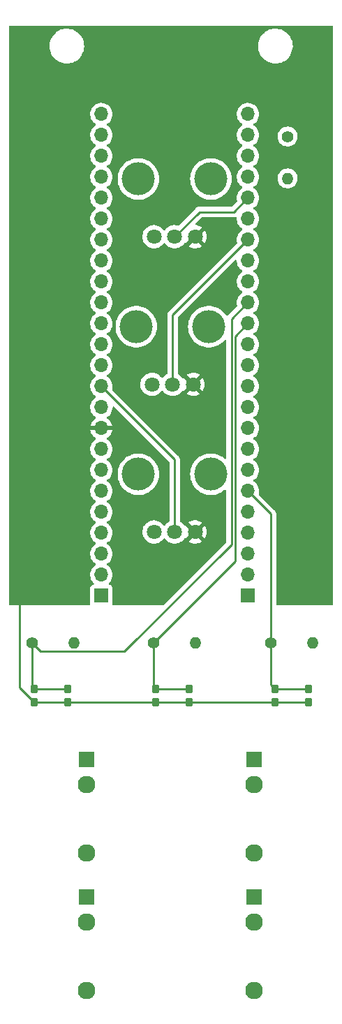
<source format=gbr>
%TF.GenerationSoftware,KiCad,Pcbnew,(5.99.0-9637-g1c773bc137)*%
%TF.CreationDate,2021-03-08T11:41:16+01:00*%
%TF.ProjectId,europa,6575726f-7061-42e6-9b69-6361645f7063,rev?*%
%TF.SameCoordinates,Original*%
%TF.FileFunction,Copper,L1,Top*%
%TF.FilePolarity,Positive*%
%FSLAX46Y46*%
G04 Gerber Fmt 4.6, Leading zero omitted, Abs format (unit mm)*
G04 Created by KiCad (PCBNEW (5.99.0-9637-g1c773bc137)) date 2021-03-08 11:41:16*
%MOMM*%
%LPD*%
G01*
G04 APERTURE LIST*
G04 Aperture macros list*
%AMRoundRect*
0 Rectangle with rounded corners*
0 $1 Rounding radius*
0 $2 $3 $4 $5 $6 $7 $8 $9 X,Y pos of 4 corners*
0 Add a 4 corners polygon primitive as box body*
4,1,4,$2,$3,$4,$5,$6,$7,$8,$9,$2,$3,0*
0 Add four circle primitives for the rounded corners*
1,1,$1+$1,$2,$3*
1,1,$1+$1,$4,$5*
1,1,$1+$1,$6,$7*
1,1,$1+$1,$8,$9*
0 Add four rect primitives between the rounded corners*
20,1,$1+$1,$2,$3,$4,$5,0*
20,1,$1+$1,$4,$5,$6,$7,0*
20,1,$1+$1,$6,$7,$8,$9,0*
20,1,$1+$1,$8,$9,$2,$3,0*%
G04 Aperture macros list end*
%TA.AperFunction,SMDPad,CuDef*%
%ADD10RoundRect,0.225000X-0.225000X-0.275000X0.225000X-0.275000X0.225000X0.275000X-0.225000X0.275000X0*%
%TD*%
%TA.AperFunction,WasherPad*%
%ADD11C,4.000000*%
%TD*%
%TA.AperFunction,ComponentPad*%
%ADD12C,1.800000*%
%TD*%
%TA.AperFunction,ComponentPad*%
%ADD13R,1.930000X1.830000*%
%TD*%
%TA.AperFunction,ComponentPad*%
%ADD14C,2.130000*%
%TD*%
%TA.AperFunction,ComponentPad*%
%ADD15C,1.400000*%
%TD*%
%TA.AperFunction,ComponentPad*%
%ADD16O,1.400000X1.400000*%
%TD*%
%TA.AperFunction,ComponentPad*%
%ADD17R,1.700000X1.700000*%
%TD*%
%TA.AperFunction,ComponentPad*%
%ADD18O,1.700000X1.700000*%
%TD*%
%TA.AperFunction,Conductor*%
%ADD19C,0.250000*%
%TD*%
G04 APERTURE END LIST*
D10*
%TO.P,PING1,1,1*%
%TO.N,BUTTON2*%
X103904000Y-100546000D03*
X99804000Y-100546000D03*
%TO.P,PING1,2,2*%
%TO.N,+3V3*%
X103904000Y-102146000D03*
X99804000Y-102146000D03*
%TD*%
%TO.P,THWART1,1,1*%
%TO.N,BUTTON1*%
X89172000Y-100546000D03*
X85072000Y-100546000D03*
%TO.P,THWART1,2,2*%
%TO.N,+3V3*%
X89172000Y-102146000D03*
X85072000Y-102146000D03*
%TD*%
D11*
%TO.P,TARGET1,*%
%TO.N,*%
X97454000Y-56610600D03*
X106254000Y-56610600D03*
D12*
%TO.P,TARGET1,1,1*%
%TO.N,+3V3*%
X104354000Y-63610600D03*
%TO.P,TARGET1,2,2*%
%TO.N,A1*%
X101854000Y-63610600D03*
%TO.P,TARGET1,3,3*%
%TO.N,GND*%
X99354000Y-63610600D03*
%TD*%
D13*
%TO.P,J4,S*%
%TO.N,GND*%
X111760000Y-109082800D03*
D14*
%TO.P,J4,T*%
%TO.N,unconnected-(J4-PadT)*%
X111760000Y-120482800D03*
%TO.P,J4,TN*%
%TO.N,N/C*%
X111760000Y-112182800D03*
%TD*%
D11*
%TO.P,SWING1,*%
%TO.N,*%
X106508000Y-74517600D03*
X97708000Y-74517600D03*
D12*
%TO.P,SWING1,1,1*%
%TO.N,+3V3*%
X104608000Y-81517600D03*
%TO.P,SWING1,2,2*%
%TO.N,A2*%
X102108000Y-81517600D03*
%TO.P,SWING1,3,3*%
%TO.N,GND*%
X99608000Y-81517600D03*
%TD*%
D11*
%TO.P,BALL1,*%
%TO.N,*%
X106508000Y-38703600D03*
X97708000Y-38703600D03*
D12*
%TO.P,BALL1,1,1*%
%TO.N,+3V3*%
X104608000Y-45703600D03*
%TO.P,BALL1,2,2*%
%TO.N,A0*%
X102108000Y-45703600D03*
%TO.P,BALL1,3,3*%
%TO.N,GND*%
X99608000Y-45703600D03*
%TD*%
D13*
%TO.P,J6,S*%
%TO.N,GND*%
X111760000Y-125780800D03*
D14*
%TO.P,J6,T*%
%TO.N,unconnected-(J6-PadT)*%
X111760000Y-137180800D03*
%TO.P,J6,TN*%
%TO.N,N/C*%
X111760000Y-128880800D03*
%TD*%
D15*
%TO.P,R4,1*%
%TO.N,BUTTON3*%
X113792000Y-94996000D03*
D16*
%TO.P,R4,2*%
%TO.N,GND*%
X118872000Y-94996000D03*
%TD*%
D15*
%TO.P,R1,1*%
%TO.N,REF_CLK*%
X115824000Y-33557600D03*
D16*
%TO.P,R1,2*%
%TO.N,VREF*%
X115824000Y-38637600D03*
%TD*%
D13*
%TO.P,J3,S*%
%TO.N,GND*%
X91440000Y-109082800D03*
D14*
%TO.P,J3,T*%
%TO.N,AU_IN1*%
X91440000Y-120482800D03*
%TO.P,J3,TN*%
%TO.N,N/C*%
X91440000Y-112182800D03*
%TD*%
D15*
%TO.P,R3,1*%
%TO.N,BUTTON2*%
X99568000Y-94996000D03*
D16*
%TO.P,R3,2*%
%TO.N,GND*%
X104648000Y-94996000D03*
%TD*%
D15*
%TO.P,R2,1*%
%TO.N,BUTTON1*%
X84836000Y-94996000D03*
D16*
%TO.P,R2,2*%
%TO.N,GND*%
X89916000Y-94996000D03*
%TD*%
D17*
%TO.P,J1,1,Pin_1*%
%TO.N,/FT_SSn*%
X111000000Y-89255600D03*
D18*
%TO.P,J1,2,Pin_2*%
%TO.N,/FT_SCK*%
X111000000Y-86715600D03*
%TO.P,J1,3,Pin_3*%
%TO.N,/FLASH_MOSI*%
X111000000Y-84175600D03*
%TO.P,J1,4,Pin_4*%
%TO.N,/FLASH_MISO*%
X111000000Y-81635600D03*
%TO.P,J1,5,Pin_5*%
%TO.N,/IOB_25B_G3*%
X111000000Y-79095600D03*
%TO.P,J1,6,Pin_6*%
%TO.N,BUTTON3*%
X111000000Y-76555600D03*
%TO.P,J1,7,Pin_7*%
%TO.N,GND*%
X111000000Y-74015600D03*
%TO.P,J1,8,Pin_8*%
%TO.N,/CLK_12M_EXT*%
X111000000Y-71475600D03*
%TO.P,J1,9,Pin_9*%
%TO.N,AU_IN1*%
X111000000Y-68935600D03*
%TO.P,J1,10,Pin_10*%
%TO.N,VREF*%
X111000000Y-66395600D03*
%TO.P,J1,11,Pin_11*%
%TO.N,/IOB_24A*%
X111000000Y-63855600D03*
%TO.P,J1,12,Pin_12*%
%TO.N,AU_OUT1*%
X111000000Y-61315600D03*
%TO.P,J1,13,Pin_13*%
%TO.N,/IOB_31B*%
X111000000Y-58775600D03*
%TO.P,J1,14,Pin_14*%
%TO.N,BUTTON2*%
X111000000Y-56235600D03*
%TO.P,J1,15,Pin_15*%
%TO.N,BUTTON1*%
X111000000Y-53695600D03*
%TO.P,J1,16,Pin_16*%
%TO.N,/IOB_13B*%
X111000000Y-51155600D03*
%TO.P,J1,17,Pin_17*%
%TO.N,/IOB_3B_G6*%
X111000000Y-48615600D03*
%TO.P,J1,18,Pin_18*%
%TO.N,A1*%
X111000000Y-46075600D03*
%TO.P,J1,19,Pin_19*%
%TO.N,VREF*%
X111000000Y-43535600D03*
%TO.P,J1,20,Pin_20*%
%TO.N,A0*%
X111000000Y-40995600D03*
%TO.P,J1,21,Pin_21*%
%TO.N,VREF*%
X111000000Y-38455600D03*
%TO.P,J1,22,Pin_22*%
%TO.N,/IOB_2A*%
X111000000Y-35915600D03*
%TO.P,J1,23,Pin_23*%
%TO.N,REF_CLK*%
X111000000Y-33375600D03*
%TO.P,J1,24,Pin_24*%
%TO.N,/IOB_6A*%
X111000000Y-30835600D03*
%TD*%
D13*
%TO.P,J5,S*%
%TO.N,GND*%
X91440000Y-125780800D03*
D14*
%TO.P,J5,T*%
%TO.N,AU_OUT1*%
X91440000Y-137180800D03*
%TO.P,J5,TN*%
%TO.N,N/C*%
X91440000Y-128880800D03*
%TD*%
D10*
%TO.P,OBSTAIN1,1,1*%
%TO.N,BUTTON3*%
X114282000Y-100546000D03*
X118382000Y-100546000D03*
%TO.P,OBSTAIN1,2,2*%
%TO.N,+3V3*%
X118382000Y-102146000D03*
X114282000Y-102146000D03*
%TD*%
D17*
%TO.P,J2,1,Pin_1*%
%TO.N,GND*%
X93220000Y-89255600D03*
D18*
%TO.P,J2,2,Pin_2*%
%TO.N,/VIO_BANK_0_2*%
X93220000Y-86715600D03*
%TO.P,J2,3,Pin_3*%
%TO.N,/CRESET_N*%
X93220000Y-84175600D03*
%TO.P,J2,4,Pin_4*%
%TO.N,/CDONE*%
X93220000Y-81635600D03*
%TO.P,J2,5,Pin_5*%
%TO.N,/LED_R*%
X93220000Y-79095600D03*
%TO.P,J2,6,Pin_6*%
%TO.N,/LED_G*%
X93220000Y-76555600D03*
%TO.P,J2,7,Pin_7*%
%TO.N,/LED_B*%
X93220000Y-74015600D03*
%TO.P,J2,8,Pin_8*%
%TO.N,+5VD*%
X93220000Y-71475600D03*
%TO.P,J2,9,Pin_9*%
%TO.N,+3V3*%
X93220000Y-68935600D03*
%TO.P,J2,10,Pin_10*%
%TO.N,GND*%
X93220000Y-66395600D03*
%TO.P,J2,11,Pin_11*%
%TO.N,A2*%
X93220000Y-63855600D03*
%TO.P,J2,12,Pin_12*%
%TO.N,VREF*%
X93220000Y-61315600D03*
%TO.P,J2,13,Pin_13*%
%TO.N,/IOT_39A*%
X93220000Y-58775600D03*
%TO.P,J2,14,Pin_14*%
%TO.N,/IOT_38B*%
X93220000Y-56235600D03*
%TO.P,J2,15,Pin_15*%
%TO.N,/IOT_43A*%
X93220000Y-53695600D03*
%TO.P,J2,16,Pin_16*%
%TO.N,/IOT_46B_G0*%
X93220000Y-51155600D03*
%TO.P,J2,17,Pin_17*%
%TO.N,/IOT_42B*%
X93220000Y-48615600D03*
%TO.P,J2,18,Pin_18*%
%TO.N,/IOT_45A_G1*%
X93220000Y-46075600D03*
%TO.P,J2,19,Pin_19*%
%TO.N,/IOT_44B*%
X93220000Y-43535600D03*
%TO.P,J2,20,Pin_20*%
%TO.N,/IOT_49A*%
X93220000Y-40995600D03*
%TO.P,J2,21,Pin_21*%
%TO.N,/IOT_48B*%
X93220000Y-38455600D03*
%TO.P,J2,22,Pin_22*%
%TO.N,/IOT_51A*%
X93220000Y-35915600D03*
%TO.P,J2,23,Pin_23*%
%TO.N,/IOT_50B*%
X93220000Y-33375600D03*
%TO.P,J2,24,Pin_24*%
%TO.N,/IOT_41A*%
X93220000Y-30835600D03*
%TD*%
D19*
%TO.N,BUTTON2*%
X109466811Y-57768789D02*
X111000000Y-56235600D01*
X99568000Y-94996000D02*
X109466811Y-85097189D01*
X109466811Y-85097189D02*
X109466811Y-57768789D01*
%TO.N,BUTTON1*%
X109016800Y-55678800D02*
X111000000Y-53695600D01*
X85861011Y-96021011D02*
X96002989Y-96021011D01*
X84836000Y-94996000D02*
X85861011Y-96021011D01*
X96002989Y-96021011D02*
X109016800Y-83007200D01*
X109016800Y-83007200D02*
X109016800Y-55678800D01*
%TO.N,BUTTON3*%
X113792000Y-94996000D02*
X113792000Y-79347600D01*
%TO.N,A2*%
X102108000Y-81517600D02*
X102108000Y-72743600D01*
X102108000Y-72743600D02*
X93220000Y-63855600D01*
%TO.N,A1*%
X101854000Y-63610600D02*
X101854000Y-55221600D01*
X101854000Y-55221600D02*
X111000000Y-46075600D01*
%TO.N,A0*%
X105110000Y-42701600D02*
X109294000Y-42701600D01*
X109294000Y-42701600D02*
X111000000Y-40995600D01*
X102108000Y-45703600D02*
X105110000Y-42701600D01*
%TO.N,BUTTON3*%
X114282000Y-100546000D02*
X118382000Y-100546000D01*
X113792000Y-79347600D02*
X111000000Y-76555600D01*
X113792000Y-94996000D02*
X113792000Y-100056000D01*
X113792000Y-100056000D02*
X114282000Y-100546000D01*
%TO.N,BUTTON2*%
X99568000Y-100310000D02*
X99804000Y-100546000D01*
X99568000Y-94996000D02*
X99568000Y-100310000D01*
X99804000Y-100546000D02*
X103904000Y-100546000D01*
%TO.N,BUTTON1*%
X84836000Y-94996000D02*
X84836000Y-100310000D01*
X85072000Y-100546000D02*
X89172000Y-100546000D01*
X84836000Y-100310000D02*
X85072000Y-100546000D01*
%TO.N,+3V3*%
X83312000Y-100386000D02*
X83312000Y-88900000D01*
X85072000Y-102146000D02*
X83312000Y-100386000D01*
X85072000Y-102146000D02*
X89172000Y-102146000D01*
X85072000Y-102146000D02*
X118382000Y-102146000D01*
%TD*%
%TA.AperFunction,Conductor*%
%TO.N,+3V3*%
G36*
X121268121Y-20110002D02*
G01*
X121314614Y-20163658D01*
X121326000Y-20216000D01*
X121326000Y-90298000D01*
X121305998Y-90366121D01*
X121252342Y-90412614D01*
X121200000Y-90424000D01*
X114551500Y-90424000D01*
X114483379Y-90403998D01*
X114436886Y-90350342D01*
X114425500Y-90298000D01*
X114425500Y-79425983D01*
X114426014Y-79415079D01*
X114427666Y-79407688D01*
X114425562Y-79340734D01*
X114425500Y-79336776D01*
X114425500Y-79308022D01*
X114424961Y-79303755D01*
X114424027Y-79291905D01*
X114422888Y-79255640D01*
X114422639Y-79247717D01*
X114416988Y-79228266D01*
X114412978Y-79208904D01*
X114411433Y-79196673D01*
X114410440Y-79188812D01*
X114394166Y-79147708D01*
X114390321Y-79136478D01*
X114380198Y-79101634D01*
X114380197Y-79101632D01*
X114377986Y-79094021D01*
X114367677Y-79076589D01*
X114358980Y-79058836D01*
X114354442Y-79047375D01*
X114351522Y-79040000D01*
X114325531Y-79004226D01*
X114319016Y-78994307D01*
X114299529Y-78961358D01*
X114299527Y-78961355D01*
X114296513Y-78956259D01*
X114296145Y-78955841D01*
X114282062Y-78941758D01*
X114269228Y-78926733D01*
X114257446Y-78910517D01*
X114223664Y-78882570D01*
X114214885Y-78874581D01*
X112350334Y-77010030D01*
X112316308Y-76947718D01*
X112318100Y-76886946D01*
X112337908Y-76816240D01*
X112337909Y-76816233D01*
X112339349Y-76811094D01*
X112363249Y-76581776D01*
X112363500Y-76555600D01*
X112355101Y-76456613D01*
X112344458Y-76331176D01*
X112344457Y-76331172D01*
X112344007Y-76325865D01*
X112286084Y-76102698D01*
X112237569Y-75994998D01*
X112193578Y-75897343D01*
X112193577Y-75897341D01*
X112191388Y-75892482D01*
X112062627Y-75701226D01*
X111903482Y-75534399D01*
X111718504Y-75396771D01*
X111713743Y-75394351D01*
X111710425Y-75392293D01*
X111663071Y-75339396D01*
X111651832Y-75269295D01*
X111680277Y-75204245D01*
X111703564Y-75182693D01*
X111765012Y-75138781D01*
X111883711Y-75053957D01*
X112046030Y-74890217D01*
X112133043Y-74766180D01*
X112175375Y-74705836D01*
X112175376Y-74705834D01*
X112178439Y-74701468D01*
X112277153Y-74493108D01*
X112339349Y-74271094D01*
X112363249Y-74041776D01*
X112363500Y-74015600D01*
X112363250Y-74012652D01*
X112344458Y-73791176D01*
X112344457Y-73791172D01*
X112344007Y-73785865D01*
X112286084Y-73562698D01*
X112234731Y-73448698D01*
X112193578Y-73357343D01*
X112193577Y-73357341D01*
X112191388Y-73352482D01*
X112062627Y-73161226D01*
X111903482Y-72994399D01*
X111718504Y-72856771D01*
X111713743Y-72854351D01*
X111710425Y-72852293D01*
X111663071Y-72799396D01*
X111651832Y-72729295D01*
X111680277Y-72664245D01*
X111703564Y-72642693D01*
X111742676Y-72614743D01*
X111883711Y-72513957D01*
X112046030Y-72350217D01*
X112133043Y-72226180D01*
X112175375Y-72165836D01*
X112175376Y-72165834D01*
X112178439Y-72161468D01*
X112277153Y-71953108D01*
X112339349Y-71731094D01*
X112363249Y-71501776D01*
X112363500Y-71475600D01*
X112363250Y-71472652D01*
X112344458Y-71251176D01*
X112344457Y-71251172D01*
X112344007Y-71245865D01*
X112286084Y-71022698D01*
X112234731Y-70908698D01*
X112193578Y-70817343D01*
X112193577Y-70817341D01*
X112191388Y-70812482D01*
X112062627Y-70621226D01*
X111903482Y-70454399D01*
X111718504Y-70316771D01*
X111713743Y-70314351D01*
X111710425Y-70312293D01*
X111663071Y-70259396D01*
X111651832Y-70189295D01*
X111680277Y-70124245D01*
X111703564Y-70102693D01*
X111816945Y-70021669D01*
X111883711Y-69973957D01*
X112046030Y-69810217D01*
X112049316Y-69805533D01*
X112175375Y-69625836D01*
X112175376Y-69625834D01*
X112178439Y-69621468D01*
X112277153Y-69413108D01*
X112339349Y-69191094D01*
X112363249Y-68961776D01*
X112363500Y-68935600D01*
X112344007Y-68705865D01*
X112334392Y-68668818D01*
X112287426Y-68487869D01*
X112286084Y-68482698D01*
X112191388Y-68272482D01*
X112062627Y-68081226D01*
X111903482Y-67914399D01*
X111718504Y-67776771D01*
X111713743Y-67774351D01*
X111710425Y-67772293D01*
X111663071Y-67719396D01*
X111651832Y-67649295D01*
X111680277Y-67584245D01*
X111703564Y-67562693D01*
X111737838Y-67538200D01*
X111883711Y-67433957D01*
X112046030Y-67270217D01*
X112133043Y-67146180D01*
X112175375Y-67085836D01*
X112175376Y-67085834D01*
X112178439Y-67081468D01*
X112277153Y-66873108D01*
X112339349Y-66651094D01*
X112363249Y-66421776D01*
X112363500Y-66395600D01*
X112363250Y-66392652D01*
X112344458Y-66171176D01*
X112344457Y-66171172D01*
X112344007Y-66165865D01*
X112286084Y-65942698D01*
X112234731Y-65828698D01*
X112193578Y-65737343D01*
X112193577Y-65737341D01*
X112191388Y-65732482D01*
X112062627Y-65541226D01*
X111903482Y-65374399D01*
X111718504Y-65236771D01*
X111713743Y-65234351D01*
X111710425Y-65232293D01*
X111663071Y-65179396D01*
X111651832Y-65109295D01*
X111680277Y-65044245D01*
X111703564Y-65022693D01*
X111737838Y-64998200D01*
X111883711Y-64893957D01*
X111998756Y-64777905D01*
X112042277Y-64734003D01*
X112042278Y-64734002D01*
X112046030Y-64730217D01*
X112076323Y-64687034D01*
X112175375Y-64545836D01*
X112175376Y-64545834D01*
X112178439Y-64541468D01*
X112277153Y-64333108D01*
X112339349Y-64111094D01*
X112363249Y-63881776D01*
X112363500Y-63855600D01*
X112363250Y-63852652D01*
X112344458Y-63631176D01*
X112344457Y-63631172D01*
X112344007Y-63625865D01*
X112342532Y-63620180D01*
X112287426Y-63407869D01*
X112286084Y-63402698D01*
X112274885Y-63377836D01*
X112193578Y-63197343D01*
X112193577Y-63197341D01*
X112191388Y-63192482D01*
X112062627Y-63001226D01*
X111903482Y-62834399D01*
X111718504Y-62696771D01*
X111713743Y-62694351D01*
X111710425Y-62692293D01*
X111663071Y-62639396D01*
X111651832Y-62569295D01*
X111680277Y-62504245D01*
X111703564Y-62482693D01*
X111747877Y-62451026D01*
X111883711Y-62353957D01*
X112028762Y-62207636D01*
X112042277Y-62194003D01*
X112042278Y-62194002D01*
X112046030Y-62190217D01*
X112133043Y-62066180D01*
X112175375Y-62005836D01*
X112175376Y-62005834D01*
X112178439Y-62001468D01*
X112277153Y-61793108D01*
X112339349Y-61571094D01*
X112363249Y-61341776D01*
X112363500Y-61315600D01*
X112363250Y-61312652D01*
X112344458Y-61091176D01*
X112344457Y-61091172D01*
X112344007Y-61085865D01*
X112286084Y-60862698D01*
X112234731Y-60748698D01*
X112193578Y-60657343D01*
X112193577Y-60657341D01*
X112191388Y-60652482D01*
X112062627Y-60461226D01*
X111903482Y-60294399D01*
X111718504Y-60156771D01*
X111713743Y-60154351D01*
X111710425Y-60152293D01*
X111663071Y-60099396D01*
X111651832Y-60029295D01*
X111680277Y-59964245D01*
X111703564Y-59942693D01*
X111737838Y-59918200D01*
X111883711Y-59813957D01*
X112046030Y-59650217D01*
X112133043Y-59526180D01*
X112175375Y-59465836D01*
X112175376Y-59465834D01*
X112178439Y-59461468D01*
X112277153Y-59253108D01*
X112339349Y-59031094D01*
X112342629Y-58999628D01*
X112362941Y-58804727D01*
X112363249Y-58801776D01*
X112363500Y-58775600D01*
X112359672Y-58730487D01*
X112344458Y-58551176D01*
X112344457Y-58551172D01*
X112344007Y-58545865D01*
X112286084Y-58322698D01*
X112276470Y-58301354D01*
X112193578Y-58117343D01*
X112193577Y-58117341D01*
X112191388Y-58112482D01*
X112062627Y-57921226D01*
X111903482Y-57754399D01*
X111718504Y-57616771D01*
X111713743Y-57614351D01*
X111710425Y-57612293D01*
X111663071Y-57559396D01*
X111651832Y-57489295D01*
X111680277Y-57424245D01*
X111703564Y-57402693D01*
X111712304Y-57396447D01*
X111883711Y-57273957D01*
X112046030Y-57110217D01*
X112133043Y-56986180D01*
X112175375Y-56925836D01*
X112175376Y-56925834D01*
X112178439Y-56921468D01*
X112277153Y-56713108D01*
X112339349Y-56491094D01*
X112363249Y-56261776D01*
X112363500Y-56235600D01*
X112363250Y-56232652D01*
X112344458Y-56011176D01*
X112344457Y-56011172D01*
X112344007Y-56005865D01*
X112339739Y-55989419D01*
X112287426Y-55787869D01*
X112286084Y-55782698D01*
X112243918Y-55689092D01*
X112193578Y-55577343D01*
X112193577Y-55577341D01*
X112191388Y-55572482D01*
X112062627Y-55381226D01*
X111903482Y-55214399D01*
X111875681Y-55193714D01*
X111722790Y-55079960D01*
X111718504Y-55076771D01*
X111713743Y-55074351D01*
X111710425Y-55072293D01*
X111663071Y-55019396D01*
X111651832Y-54949295D01*
X111680277Y-54884245D01*
X111703564Y-54862693D01*
X111726505Y-54846299D01*
X111883711Y-54733957D01*
X112046030Y-54570217D01*
X112133043Y-54446180D01*
X112175375Y-54385836D01*
X112175376Y-54385834D01*
X112178439Y-54381468D01*
X112277153Y-54173108D01*
X112339349Y-53951094D01*
X112363249Y-53721776D01*
X112363500Y-53695600D01*
X112363250Y-53692652D01*
X112344458Y-53471176D01*
X112344457Y-53471172D01*
X112344007Y-53465865D01*
X112286084Y-53242698D01*
X112234731Y-53128698D01*
X112193578Y-53037343D01*
X112193577Y-53037341D01*
X112191388Y-53032482D01*
X112062627Y-52841226D01*
X111903482Y-52674399D01*
X111718504Y-52536771D01*
X111713743Y-52534351D01*
X111710425Y-52532293D01*
X111663071Y-52479396D01*
X111651832Y-52409295D01*
X111680277Y-52344245D01*
X111703564Y-52322693D01*
X111712304Y-52316447D01*
X111883711Y-52193957D01*
X112046030Y-52030217D01*
X112133043Y-51906180D01*
X112175375Y-51845836D01*
X112175376Y-51845834D01*
X112178439Y-51841468D01*
X112277153Y-51633108D01*
X112339349Y-51411094D01*
X112363249Y-51181776D01*
X112363500Y-51155600D01*
X112363250Y-51152652D01*
X112344458Y-50931176D01*
X112344457Y-50931172D01*
X112344007Y-50925865D01*
X112286084Y-50702698D01*
X112234731Y-50588698D01*
X112193578Y-50497343D01*
X112193577Y-50497341D01*
X112191388Y-50492482D01*
X112062627Y-50301226D01*
X111903482Y-50134399D01*
X111718504Y-49996771D01*
X111713743Y-49994351D01*
X111710425Y-49992293D01*
X111663071Y-49939396D01*
X111651832Y-49869295D01*
X111680277Y-49804245D01*
X111703564Y-49782693D01*
X111712304Y-49776447D01*
X111883711Y-49653957D01*
X112046030Y-49490217D01*
X112133043Y-49366180D01*
X112175375Y-49305836D01*
X112175376Y-49305834D01*
X112178439Y-49301468D01*
X112277153Y-49093108D01*
X112339349Y-48871094D01*
X112363249Y-48641776D01*
X112363500Y-48615600D01*
X112354662Y-48511441D01*
X112344458Y-48391176D01*
X112344457Y-48391172D01*
X112344007Y-48385865D01*
X112286084Y-48162698D01*
X112234731Y-48048698D01*
X112193578Y-47957343D01*
X112193577Y-47957341D01*
X112191388Y-47952482D01*
X112062627Y-47761226D01*
X111903482Y-47594399D01*
X111718504Y-47456771D01*
X111713743Y-47454351D01*
X111710425Y-47452293D01*
X111663071Y-47399396D01*
X111651832Y-47329295D01*
X111680277Y-47264245D01*
X111703564Y-47242693D01*
X111712304Y-47236447D01*
X111883711Y-47113957D01*
X112038919Y-46957390D01*
X112042277Y-46954003D01*
X112042278Y-46954002D01*
X112046030Y-46950217D01*
X112130103Y-46830371D01*
X112175375Y-46765836D01*
X112175376Y-46765834D01*
X112178439Y-46761468D01*
X112277153Y-46553108D01*
X112339349Y-46331094D01*
X112363249Y-46101776D01*
X112363500Y-46075600D01*
X112354838Y-45973512D01*
X112344458Y-45851176D01*
X112344457Y-45851172D01*
X112344007Y-45845865D01*
X112286084Y-45622698D01*
X112234731Y-45508698D01*
X112193578Y-45417343D01*
X112193577Y-45417341D01*
X112191388Y-45412482D01*
X112062627Y-45221226D01*
X111903482Y-45054399D01*
X111718504Y-44916771D01*
X111713743Y-44914351D01*
X111710425Y-44912293D01*
X111663071Y-44859396D01*
X111651832Y-44789295D01*
X111680277Y-44724245D01*
X111703564Y-44702693D01*
X111784365Y-44644951D01*
X111883711Y-44573957D01*
X112046030Y-44410217D01*
X112077061Y-44365982D01*
X112175375Y-44225836D01*
X112175376Y-44225834D01*
X112178439Y-44221468D01*
X112277153Y-44013108D01*
X112339349Y-43791094D01*
X112363249Y-43561776D01*
X112363500Y-43535600D01*
X112363250Y-43532652D01*
X112344458Y-43311176D01*
X112344457Y-43311172D01*
X112344007Y-43305865D01*
X112286084Y-43082698D01*
X112234731Y-42968698D01*
X112193578Y-42877343D01*
X112193577Y-42877341D01*
X112191388Y-42872482D01*
X112062627Y-42681226D01*
X111903482Y-42514399D01*
X111718504Y-42376771D01*
X111713743Y-42374351D01*
X111710425Y-42372293D01*
X111663071Y-42319396D01*
X111651832Y-42249295D01*
X111680277Y-42184245D01*
X111703564Y-42162693D01*
X111742849Y-42134619D01*
X111883711Y-42033957D01*
X112046030Y-41870217D01*
X112133043Y-41746180D01*
X112175375Y-41685836D01*
X112175376Y-41685834D01*
X112178439Y-41681468D01*
X112277153Y-41473108D01*
X112339349Y-41251094D01*
X112363249Y-41021776D01*
X112363500Y-40995600D01*
X112361835Y-40975980D01*
X112344458Y-40771176D01*
X112344457Y-40771172D01*
X112344007Y-40765865D01*
X112286084Y-40542698D01*
X112234731Y-40428698D01*
X112193578Y-40337343D01*
X112193577Y-40337341D01*
X112191388Y-40332482D01*
X112062627Y-40141226D01*
X111903482Y-39974399D01*
X111718504Y-39836771D01*
X111713743Y-39834351D01*
X111710425Y-39832293D01*
X111663071Y-39779396D01*
X111651832Y-39709295D01*
X111680277Y-39644245D01*
X111703564Y-39622693D01*
X111713410Y-39615657D01*
X111883711Y-39493957D01*
X112046030Y-39330217D01*
X112053416Y-39319688D01*
X112175375Y-39145836D01*
X112175376Y-39145834D01*
X112178439Y-39141468D01*
X112183316Y-39131175D01*
X112274868Y-38937931D01*
X112277153Y-38933108D01*
X112338592Y-38713796D01*
X114612895Y-38713796D01*
X114613744Y-38719342D01*
X114644453Y-38920026D01*
X114645529Y-38927060D01*
X114647346Y-38932366D01*
X114713116Y-39124465D01*
X114715413Y-39131175D01*
X114820338Y-39319688D01*
X114823891Y-39324028D01*
X114823893Y-39324032D01*
X114912374Y-39432134D01*
X114956987Y-39486641D01*
X115121042Y-39626758D01*
X115125887Y-39629589D01*
X115302470Y-39732776D01*
X115302473Y-39732777D01*
X115307317Y-39735608D01*
X115312587Y-39737537D01*
X115312588Y-39737537D01*
X115504659Y-39807825D01*
X115504663Y-39807826D01*
X115509923Y-39809751D01*
X115515439Y-39810714D01*
X115515444Y-39810715D01*
X115716933Y-39845880D01*
X115716934Y-39845880D01*
X115722457Y-39846844D01*
X115728063Y-39846815D01*
X115728067Y-39846815D01*
X115826301Y-39846300D01*
X115938200Y-39845714D01*
X115943718Y-39844691D01*
X115943721Y-39844691D01*
X116144815Y-39807421D01*
X116144816Y-39807421D01*
X116150334Y-39806398D01*
X116155579Y-39804416D01*
X116155583Y-39804415D01*
X116337674Y-39735608D01*
X116352153Y-39730137D01*
X116537277Y-39619342D01*
X116541497Y-39615660D01*
X116541502Y-39615657D01*
X116695626Y-39481206D01*
X116699856Y-39477516D01*
X116772178Y-39387244D01*
X116831244Y-39313518D01*
X116831247Y-39313513D01*
X116834750Y-39309141D01*
X116937695Y-39119539D01*
X117005438Y-38914704D01*
X117035837Y-38701110D01*
X117037500Y-38637600D01*
X117018321Y-38422708D01*
X116981158Y-38286860D01*
X116962874Y-38220024D01*
X116962873Y-38220020D01*
X116961392Y-38214608D01*
X116868510Y-38019878D01*
X116856165Y-38002698D01*
X116745890Y-37849232D01*
X116745885Y-37849227D01*
X116742614Y-37844674D01*
X116587680Y-37694533D01*
X116466358Y-37613008D01*
X116413261Y-37577328D01*
X116413255Y-37577325D01*
X116408608Y-37574202D01*
X116211057Y-37487483D01*
X116064376Y-37452268D01*
X116006729Y-37438428D01*
X116006728Y-37438428D01*
X116001272Y-37437118D01*
X115898911Y-37431216D01*
X115791490Y-37425022D01*
X115791487Y-37425022D01*
X115785883Y-37424699D01*
X115571699Y-37450618D01*
X115365490Y-37514056D01*
X115360510Y-37516626D01*
X115360506Y-37516628D01*
X115204078Y-37597367D01*
X115173774Y-37613008D01*
X115002611Y-37744346D01*
X114857411Y-37903919D01*
X114742764Y-38086683D01*
X114662293Y-38286860D01*
X114661156Y-38292351D01*
X114661155Y-38292354D01*
X114621928Y-38481776D01*
X114618542Y-38498124D01*
X114612895Y-38713796D01*
X112338592Y-38713796D01*
X112339349Y-38711094D01*
X112363249Y-38481776D01*
X112363500Y-38455600D01*
X112357482Y-38384675D01*
X112344458Y-38231176D01*
X112344457Y-38231172D01*
X112344007Y-38225865D01*
X112341086Y-38214608D01*
X112287426Y-38007869D01*
X112286084Y-38002698D01*
X112234731Y-37888698D01*
X112193578Y-37797343D01*
X112193577Y-37797341D01*
X112191388Y-37792482D01*
X112062627Y-37601226D01*
X112039830Y-37577328D01*
X111993097Y-37528339D01*
X111903482Y-37434399D01*
X111718504Y-37296771D01*
X111713743Y-37294351D01*
X111710425Y-37292293D01*
X111663071Y-37239396D01*
X111651832Y-37169295D01*
X111680277Y-37104245D01*
X111703564Y-37082693D01*
X111712304Y-37076447D01*
X111883711Y-36953957D01*
X112046030Y-36790217D01*
X112133043Y-36666180D01*
X112175375Y-36605836D01*
X112175376Y-36605834D01*
X112178439Y-36601468D01*
X112188860Y-36579473D01*
X112274868Y-36397931D01*
X112277153Y-36393108D01*
X112339349Y-36171094D01*
X112363249Y-35941776D01*
X112363500Y-35915600D01*
X112363250Y-35912652D01*
X112344458Y-35691176D01*
X112344457Y-35691172D01*
X112344007Y-35685865D01*
X112286084Y-35462698D01*
X112234731Y-35348698D01*
X112193578Y-35257343D01*
X112193577Y-35257341D01*
X112191388Y-35252482D01*
X112062627Y-35061226D01*
X111903482Y-34894399D01*
X111718504Y-34756771D01*
X111713743Y-34754351D01*
X111710425Y-34752293D01*
X111663071Y-34699396D01*
X111651832Y-34629295D01*
X111680277Y-34564245D01*
X111703564Y-34542693D01*
X111713410Y-34535657D01*
X111883711Y-34413957D01*
X112046030Y-34250217D01*
X112053416Y-34239688D01*
X112175375Y-34065836D01*
X112175376Y-34065834D01*
X112178439Y-34061468D01*
X112183316Y-34051175D01*
X112274868Y-33857931D01*
X112277153Y-33853108D01*
X112338592Y-33633796D01*
X114612895Y-33633796D01*
X114613744Y-33639342D01*
X114644453Y-33840026D01*
X114645529Y-33847060D01*
X114647346Y-33852366D01*
X114713116Y-34044465D01*
X114715413Y-34051175D01*
X114820338Y-34239688D01*
X114823891Y-34244028D01*
X114823893Y-34244032D01*
X114912374Y-34352134D01*
X114956987Y-34406641D01*
X115121042Y-34546758D01*
X115125887Y-34549589D01*
X115302470Y-34652776D01*
X115302473Y-34652777D01*
X115307317Y-34655608D01*
X115312587Y-34657537D01*
X115312588Y-34657537D01*
X115504659Y-34727825D01*
X115504663Y-34727826D01*
X115509923Y-34729751D01*
X115515439Y-34730714D01*
X115515444Y-34730715D01*
X115716933Y-34765880D01*
X115716934Y-34765880D01*
X115722457Y-34766844D01*
X115728063Y-34766815D01*
X115728067Y-34766815D01*
X115826301Y-34766300D01*
X115938200Y-34765714D01*
X115943718Y-34764691D01*
X115943721Y-34764691D01*
X116144815Y-34727421D01*
X116144816Y-34727421D01*
X116150334Y-34726398D01*
X116155579Y-34724416D01*
X116155583Y-34724415D01*
X116337674Y-34655608D01*
X116352153Y-34650137D01*
X116537277Y-34539342D01*
X116541497Y-34535660D01*
X116541502Y-34535657D01*
X116695626Y-34401206D01*
X116699856Y-34397516D01*
X116772178Y-34307244D01*
X116831244Y-34233518D01*
X116831247Y-34233513D01*
X116834750Y-34229141D01*
X116937695Y-34039539D01*
X117005438Y-33834704D01*
X117035837Y-33621110D01*
X117037500Y-33557600D01*
X117018321Y-33342708D01*
X116981158Y-33206860D01*
X116962874Y-33140024D01*
X116962873Y-33140020D01*
X116961392Y-33134608D01*
X116868510Y-32939878D01*
X116856165Y-32922698D01*
X116745890Y-32769232D01*
X116745885Y-32769227D01*
X116742614Y-32764674D01*
X116587680Y-32614533D01*
X116466358Y-32533008D01*
X116413261Y-32497328D01*
X116413255Y-32497325D01*
X116408608Y-32494202D01*
X116211057Y-32407483D01*
X116064376Y-32372268D01*
X116006729Y-32358428D01*
X116006728Y-32358428D01*
X116001272Y-32357118D01*
X115898911Y-32351216D01*
X115791490Y-32345022D01*
X115791487Y-32345022D01*
X115785883Y-32344699D01*
X115571699Y-32370618D01*
X115365490Y-32434056D01*
X115360510Y-32436626D01*
X115360506Y-32436628D01*
X115204078Y-32517367D01*
X115173774Y-32533008D01*
X115002611Y-32664346D01*
X114857411Y-32823919D01*
X114742764Y-33006683D01*
X114662293Y-33206860D01*
X114661156Y-33212351D01*
X114661155Y-33212354D01*
X114621928Y-33401776D01*
X114618542Y-33418124D01*
X114612895Y-33633796D01*
X112338592Y-33633796D01*
X112339349Y-33631094D01*
X112363249Y-33401776D01*
X112363500Y-33375600D01*
X112360249Y-33337289D01*
X112344458Y-33151176D01*
X112344457Y-33151172D01*
X112344007Y-33145865D01*
X112341086Y-33134608D01*
X112287426Y-32927869D01*
X112286084Y-32922698D01*
X112234731Y-32808698D01*
X112193578Y-32717343D01*
X112193577Y-32717341D01*
X112191388Y-32712482D01*
X112062627Y-32521226D01*
X112039830Y-32497328D01*
X111993097Y-32448339D01*
X111903482Y-32354399D01*
X111718504Y-32216771D01*
X111713743Y-32214351D01*
X111710425Y-32212293D01*
X111663071Y-32159396D01*
X111651832Y-32089295D01*
X111680277Y-32024245D01*
X111703564Y-32002693D01*
X111712304Y-31996447D01*
X111883711Y-31873957D01*
X112046030Y-31710217D01*
X112133043Y-31586180D01*
X112175375Y-31525836D01*
X112175376Y-31525834D01*
X112178439Y-31521468D01*
X112277153Y-31313108D01*
X112339349Y-31091094D01*
X112363249Y-30861776D01*
X112363500Y-30835600D01*
X112363250Y-30832652D01*
X112344458Y-30611176D01*
X112344457Y-30611172D01*
X112344007Y-30605865D01*
X112286084Y-30382698D01*
X112234731Y-30268698D01*
X112193578Y-30177343D01*
X112193577Y-30177341D01*
X112191388Y-30172482D01*
X112062627Y-29981226D01*
X111903482Y-29814399D01*
X111718504Y-29676771D01*
X111713753Y-29674355D01*
X111713749Y-29674353D01*
X111517740Y-29574697D01*
X111517739Y-29574697D01*
X111512982Y-29572278D01*
X111372033Y-29528512D01*
X111297895Y-29505491D01*
X111297889Y-29505490D01*
X111292792Y-29503907D01*
X111187798Y-29489991D01*
X111069515Y-29474314D01*
X111069510Y-29474314D01*
X111064230Y-29473614D01*
X111058900Y-29473814D01*
X111058899Y-29473814D01*
X110949031Y-29477938D01*
X110833831Y-29482263D01*
X110751368Y-29499566D01*
X110613411Y-29528512D01*
X110613408Y-29528513D01*
X110608184Y-29529609D01*
X110393740Y-29614297D01*
X110196631Y-29733906D01*
X110192601Y-29737403D01*
X110099426Y-29818256D01*
X110022492Y-29885015D01*
X110019109Y-29889141D01*
X110019105Y-29889145D01*
X109946768Y-29977367D01*
X109876304Y-30063305D01*
X109762245Y-30263677D01*
X109683578Y-30480402D01*
X109682629Y-30485651D01*
X109682628Y-30485654D01*
X109660890Y-30605865D01*
X109642551Y-30707283D01*
X109642500Y-30712623D01*
X109641097Y-30858810D01*
X109640338Y-30937833D01*
X109677002Y-31165461D01*
X109751494Y-31383656D01*
X109861685Y-31586180D01*
X110004424Y-31767244D01*
X110008389Y-31770820D01*
X110171659Y-31918089D01*
X110171665Y-31918094D01*
X110175629Y-31921669D01*
X110180142Y-31924528D01*
X110180144Y-31924529D01*
X110298242Y-31999331D01*
X110345087Y-32052679D01*
X110355654Y-32122885D01*
X110326587Y-32187658D01*
X110296186Y-32213494D01*
X110201196Y-32271135D01*
X110201189Y-32271140D01*
X110196631Y-32273906D01*
X110192601Y-32277403D01*
X110044206Y-32406173D01*
X110022492Y-32425015D01*
X110019109Y-32429141D01*
X110019105Y-32429145D01*
X109933944Y-32533008D01*
X109876304Y-32603305D01*
X109873665Y-32607941D01*
X109873663Y-32607944D01*
X109867690Y-32618437D01*
X109762245Y-32803677D01*
X109683578Y-33020402D01*
X109682629Y-33025651D01*
X109682628Y-33025654D01*
X109660890Y-33145865D01*
X109642551Y-33247283D01*
X109642500Y-33252623D01*
X109641097Y-33398810D01*
X109640338Y-33477833D01*
X109677002Y-33705461D01*
X109751494Y-33923656D01*
X109861685Y-34126180D01*
X110004424Y-34307244D01*
X110008389Y-34310820D01*
X110171659Y-34458089D01*
X110171665Y-34458094D01*
X110175629Y-34461669D01*
X110180142Y-34464528D01*
X110180144Y-34464529D01*
X110298242Y-34539331D01*
X110345087Y-34592679D01*
X110355654Y-34662885D01*
X110326587Y-34727658D01*
X110296186Y-34753494D01*
X110201196Y-34811135D01*
X110201189Y-34811140D01*
X110196631Y-34813906D01*
X110192601Y-34817403D01*
X110099426Y-34898256D01*
X110022492Y-34965015D01*
X110019109Y-34969141D01*
X110019105Y-34969145D01*
X109946768Y-35057367D01*
X109876304Y-35143305D01*
X109762245Y-35343677D01*
X109683578Y-35560402D01*
X109682629Y-35565651D01*
X109682628Y-35565654D01*
X109660890Y-35685865D01*
X109642551Y-35787283D01*
X109642500Y-35792623D01*
X109641097Y-35938810D01*
X109640338Y-36017833D01*
X109677002Y-36245461D01*
X109751494Y-36463656D01*
X109861685Y-36666180D01*
X110004424Y-36847244D01*
X110008389Y-36850820D01*
X110171659Y-36998089D01*
X110171665Y-36998094D01*
X110175629Y-37001669D01*
X110180142Y-37004528D01*
X110180144Y-37004529D01*
X110298242Y-37079331D01*
X110345087Y-37132679D01*
X110355654Y-37202885D01*
X110326587Y-37267658D01*
X110296186Y-37293494D01*
X110201196Y-37351135D01*
X110201189Y-37351140D01*
X110196631Y-37353906D01*
X110192601Y-37357403D01*
X110032538Y-37496298D01*
X110022492Y-37505015D01*
X110019109Y-37509141D01*
X110019105Y-37509145D01*
X109933944Y-37613008D01*
X109876304Y-37683305D01*
X109873665Y-37687941D01*
X109873663Y-37687944D01*
X109820071Y-37782092D01*
X109762245Y-37883677D01*
X109683578Y-38100402D01*
X109682629Y-38105651D01*
X109682628Y-38105654D01*
X109660890Y-38225865D01*
X109642551Y-38327283D01*
X109642500Y-38332623D01*
X109641097Y-38478810D01*
X109640338Y-38557833D01*
X109677002Y-38785461D01*
X109751494Y-39003656D01*
X109861685Y-39206180D01*
X110004424Y-39387244D01*
X110008389Y-39390820D01*
X110171659Y-39538089D01*
X110171665Y-39538094D01*
X110175629Y-39541669D01*
X110180142Y-39544528D01*
X110180144Y-39544529D01*
X110298242Y-39619331D01*
X110345087Y-39672679D01*
X110355654Y-39742885D01*
X110326587Y-39807658D01*
X110296186Y-39833494D01*
X110201196Y-39891135D01*
X110201189Y-39891140D01*
X110196631Y-39893906D01*
X110192601Y-39897403D01*
X110099426Y-39978256D01*
X110022492Y-40045015D01*
X110019109Y-40049141D01*
X110019105Y-40049145D01*
X109946768Y-40137367D01*
X109876304Y-40223305D01*
X109762245Y-40423677D01*
X109683578Y-40640402D01*
X109682629Y-40645651D01*
X109682628Y-40645654D01*
X109660890Y-40765865D01*
X109642551Y-40867283D01*
X109642500Y-40872623D01*
X109641097Y-41018810D01*
X109640338Y-41097833D01*
X109641187Y-41103104D01*
X109665024Y-41251094D01*
X109677002Y-41325461D01*
X109678725Y-41330507D01*
X109679532Y-41333744D01*
X109676606Y-41404681D01*
X109646371Y-41453325D01*
X109068501Y-42031195D01*
X109006189Y-42065221D01*
X108979406Y-42068100D01*
X105188383Y-42068100D01*
X105177479Y-42067586D01*
X105170088Y-42065934D01*
X105162162Y-42066183D01*
X105162161Y-42066183D01*
X105103134Y-42068038D01*
X105099176Y-42068100D01*
X105070422Y-42068100D01*
X105066155Y-42068639D01*
X105054313Y-42069572D01*
X105022665Y-42070567D01*
X105018040Y-42070712D01*
X105010117Y-42070961D01*
X104990667Y-42076612D01*
X104971305Y-42080622D01*
X104968580Y-42080966D01*
X104959070Y-42082167D01*
X104959067Y-42082168D01*
X104951212Y-42083160D01*
X104943847Y-42086076D01*
X104943843Y-42086077D01*
X104910099Y-42099437D01*
X104898872Y-42103281D01*
X104856422Y-42115614D01*
X104849594Y-42119652D01*
X104838989Y-42125923D01*
X104821238Y-42134619D01*
X104809774Y-42139158D01*
X104809771Y-42139160D01*
X104802400Y-42142078D01*
X104795984Y-42146739D01*
X104795985Y-42146739D01*
X104766633Y-42168065D01*
X104756710Y-42174583D01*
X104718659Y-42197086D01*
X104718241Y-42197455D01*
X104704158Y-42211538D01*
X104689133Y-42224372D01*
X104672917Y-42236154D01*
X104662046Y-42249295D01*
X104644971Y-42269935D01*
X104636981Y-42278715D01*
X102603513Y-44312183D01*
X102541201Y-44346209D01*
X102477056Y-44343421D01*
X102411528Y-44323074D01*
X102267002Y-44303918D01*
X102179868Y-44292369D01*
X102179865Y-44292369D01*
X102174585Y-44291669D01*
X102169256Y-44291869D01*
X102169255Y-44291869D01*
X102076111Y-44295366D01*
X101935738Y-44300636D01*
X101880706Y-44312183D01*
X101707043Y-44348621D01*
X101707040Y-44348622D01*
X101701816Y-44349718D01*
X101479508Y-44437511D01*
X101474944Y-44440280D01*
X101474945Y-44440280D01*
X101279732Y-44558738D01*
X101279729Y-44558740D01*
X101275171Y-44561506D01*
X101094647Y-44718157D01*
X101091264Y-44722283D01*
X101091259Y-44722288D01*
X100953709Y-44890044D01*
X100895050Y-44930038D01*
X100824079Y-44931970D01*
X100763331Y-44895226D01*
X100751755Y-44880520D01*
X100709594Y-44817896D01*
X100544613Y-44644951D01*
X100352852Y-44502277D01*
X100348101Y-44499861D01*
X100348097Y-44499859D01*
X100144549Y-44396370D01*
X100144548Y-44396370D01*
X100139793Y-44393952D01*
X99911528Y-44323074D01*
X99890210Y-44320248D01*
X99679868Y-44292369D01*
X99679865Y-44292369D01*
X99674585Y-44291669D01*
X99669256Y-44291869D01*
X99669255Y-44291869D01*
X99576111Y-44295366D01*
X99435738Y-44300636D01*
X99380706Y-44312183D01*
X99207043Y-44348621D01*
X99207040Y-44348622D01*
X99201816Y-44349718D01*
X98979508Y-44437511D01*
X98974944Y-44440280D01*
X98974945Y-44440280D01*
X98779732Y-44558738D01*
X98779729Y-44558740D01*
X98775171Y-44561506D01*
X98594647Y-44718157D01*
X98591264Y-44722283D01*
X98591259Y-44722288D01*
X98483020Y-44854297D01*
X98443098Y-44902985D01*
X98440459Y-44907621D01*
X98440457Y-44907624D01*
X98402727Y-44973906D01*
X98324857Y-45110704D01*
X98243304Y-45335377D01*
X98200773Y-45570578D01*
X98200273Y-45622698D01*
X98199208Y-45733676D01*
X98198479Y-45809582D01*
X98199328Y-45814852D01*
X98199328Y-45814854D01*
X98224070Y-45968463D01*
X98236487Y-46045557D01*
X98238212Y-46050609D01*
X98238212Y-46050610D01*
X98244197Y-46068139D01*
X98313711Y-46271753D01*
X98427943Y-46481705D01*
X98575916Y-46669407D01*
X98753399Y-46829495D01*
X98757912Y-46832354D01*
X98757914Y-46832355D01*
X98822250Y-46873105D01*
X98955318Y-46957390D01*
X98960248Y-46959447D01*
X99169835Y-47046904D01*
X99175900Y-47049435D01*
X99304246Y-47078948D01*
X99403629Y-47101801D01*
X99403633Y-47101802D01*
X99408836Y-47102998D01*
X99414169Y-47103301D01*
X99414170Y-47103301D01*
X99528152Y-47109774D01*
X99647467Y-47116549D01*
X99652774Y-47115949D01*
X99652776Y-47115949D01*
X99782300Y-47101306D01*
X99884970Y-47089699D01*
X99890085Y-47088218D01*
X99890089Y-47088217D01*
X100109430Y-47024700D01*
X100109435Y-47024698D01*
X100114553Y-47023216D01*
X100329652Y-46919001D01*
X100450901Y-46832355D01*
X100519771Y-46783140D01*
X100519773Y-46783138D01*
X100524117Y-46780034D01*
X100692388Y-46610289D01*
X100753775Y-46522782D01*
X100809271Y-46478502D01*
X100879897Y-46471255D01*
X100943229Y-46503341D01*
X100955875Y-46517137D01*
X100968637Y-46533325D01*
X101075916Y-46669407D01*
X101253399Y-46829495D01*
X101257912Y-46832354D01*
X101257914Y-46832355D01*
X101322250Y-46873105D01*
X101455318Y-46957390D01*
X101460248Y-46959447D01*
X101669835Y-47046904D01*
X101675900Y-47049435D01*
X101804246Y-47078948D01*
X101903629Y-47101801D01*
X101903633Y-47101802D01*
X101908836Y-47102998D01*
X101914169Y-47103301D01*
X101914170Y-47103301D01*
X102028152Y-47109774D01*
X102147467Y-47116549D01*
X102152774Y-47115949D01*
X102152776Y-47115949D01*
X102282300Y-47101306D01*
X102384970Y-47089699D01*
X102390085Y-47088218D01*
X102390089Y-47088217D01*
X102609430Y-47024700D01*
X102609435Y-47024698D01*
X102614553Y-47023216D01*
X102829652Y-46919001D01*
X102908307Y-46862793D01*
X103813636Y-46862793D01*
X103819708Y-46870905D01*
X103951034Y-46954086D01*
X103960480Y-46959003D01*
X104171128Y-47046904D01*
X104181256Y-47050155D01*
X104403701Y-47101306D01*
X104414240Y-47102806D01*
X104642119Y-47115746D01*
X104652762Y-47115449D01*
X104879563Y-47089809D01*
X104889998Y-47087725D01*
X105109256Y-47024231D01*
X105119173Y-47020424D01*
X105324598Y-46920896D01*
X105333736Y-46915470D01*
X105393022Y-46873105D01*
X105401425Y-46862382D01*
X105394446Y-46849257D01*
X104620811Y-46075621D01*
X104606868Y-46068008D01*
X104605034Y-46068139D01*
X104598420Y-46072390D01*
X103820393Y-46850418D01*
X103813636Y-46862793D01*
X102908307Y-46862793D01*
X102950901Y-46832355D01*
X103019771Y-46783140D01*
X103019773Y-46783138D01*
X103024117Y-46780034D01*
X103192388Y-46610289D01*
X103256435Y-46518990D01*
X103311931Y-46474710D01*
X103382556Y-46467463D01*
X103432549Y-46488627D01*
X103447848Y-46499494D01*
X103459382Y-46493007D01*
X104247658Y-45704732D01*
X104972408Y-45704732D01*
X104972539Y-45706566D01*
X104976790Y-45713180D01*
X105754057Y-46490446D01*
X105765844Y-46496882D01*
X105777839Y-46487610D01*
X105826156Y-46418735D01*
X105831505Y-46409544D01*
X105929233Y-46203266D01*
X105932957Y-46193306D01*
X105994531Y-45973512D01*
X105996526Y-45963056D01*
X106020432Y-45733676D01*
X106020768Y-45727760D01*
X106020972Y-45706563D01*
X106020750Y-45700652D01*
X106001250Y-45470836D01*
X105999460Y-45460364D01*
X105942116Y-45239427D01*
X105938581Y-45229387D01*
X105844832Y-45021274D01*
X105839661Y-45011983D01*
X105777018Y-44918936D01*
X105767012Y-44910632D01*
X105752954Y-44917857D01*
X104980021Y-45690789D01*
X104972408Y-45704732D01*
X104247658Y-45704732D01*
X104608000Y-45344390D01*
X105395454Y-44556935D01*
X105402183Y-44544613D01*
X105393654Y-44533255D01*
X105356867Y-44505885D01*
X105347837Y-44500286D01*
X105144361Y-44396833D01*
X105134510Y-44392833D01*
X104916514Y-44325144D01*
X104906133Y-44322861D01*
X104698681Y-44295366D01*
X104633779Y-44266587D01*
X104594739Y-44207288D01*
X104593956Y-44136295D01*
X104626141Y-44081363D01*
X105335499Y-43372005D01*
X105397811Y-43337979D01*
X105424594Y-43335100D01*
X109215616Y-43335100D01*
X109226520Y-43335614D01*
X109233911Y-43337266D01*
X109241837Y-43337017D01*
X109241838Y-43337017D01*
X109300866Y-43335162D01*
X109304823Y-43335100D01*
X109333578Y-43335100D01*
X109337845Y-43334561D01*
X109349687Y-43333628D01*
X109381335Y-43332633D01*
X109385960Y-43332488D01*
X109393883Y-43332239D01*
X109413334Y-43326588D01*
X109432695Y-43322578D01*
X109435420Y-43322234D01*
X109444930Y-43321033D01*
X109444933Y-43321032D01*
X109452788Y-43320040D01*
X109460151Y-43317125D01*
X109460154Y-43317124D01*
X109466785Y-43314498D01*
X109469938Y-43313250D01*
X109540637Y-43306769D01*
X109603618Y-43339540D01*
X109638883Y-43401159D01*
X109642317Y-43431610D01*
X109640389Y-43632492D01*
X109640338Y-43637833D01*
X109677002Y-43865461D01*
X109751494Y-44083656D01*
X109861685Y-44286180D01*
X110004424Y-44467244D01*
X110043264Y-44502277D01*
X110171659Y-44618089D01*
X110171665Y-44618094D01*
X110175629Y-44621669D01*
X110180142Y-44624528D01*
X110180144Y-44624529D01*
X110298242Y-44699331D01*
X110345087Y-44752679D01*
X110355654Y-44822885D01*
X110326587Y-44887658D01*
X110296186Y-44913494D01*
X110201196Y-44971135D01*
X110201189Y-44971140D01*
X110196631Y-44973906D01*
X110192601Y-44977403D01*
X110099426Y-45058256D01*
X110022492Y-45125015D01*
X110019109Y-45129141D01*
X110019105Y-45129145D01*
X109946768Y-45217367D01*
X109876304Y-45303305D01*
X109762245Y-45503677D01*
X109683578Y-45720402D01*
X109682629Y-45725651D01*
X109682628Y-45725654D01*
X109660890Y-45845865D01*
X109642551Y-45947283D01*
X109642500Y-45952623D01*
X109641097Y-46098810D01*
X109640338Y-46177833D01*
X109641187Y-46183104D01*
X109665024Y-46331094D01*
X109677002Y-46405461D01*
X109678725Y-46410507D01*
X109679532Y-46413744D01*
X109676606Y-46484681D01*
X109646371Y-46533325D01*
X101461487Y-54718209D01*
X101453399Y-54725569D01*
X101447005Y-54729627D01*
X101441580Y-54735404D01*
X101401131Y-54778478D01*
X101398376Y-54781320D01*
X101378062Y-54801634D01*
X101375417Y-54805045D01*
X101367713Y-54814065D01*
X101337443Y-54846299D01*
X101333626Y-54853243D01*
X101333624Y-54853245D01*
X101327682Y-54864053D01*
X101316828Y-54880577D01*
X101311629Y-54887280D01*
X101304417Y-54896577D01*
X101301270Y-54903848D01*
X101301270Y-54903849D01*
X101286859Y-54937151D01*
X101281638Y-54947807D01*
X101260338Y-54986552D01*
X101258366Y-54994235D01*
X101258365Y-54994236D01*
X101255301Y-55006168D01*
X101248897Y-55024872D01*
X101244001Y-55036185D01*
X101243999Y-55036192D01*
X101240852Y-55043464D01*
X101239613Y-55051288D01*
X101239612Y-55051291D01*
X101233935Y-55087135D01*
X101231528Y-55098756D01*
X101223215Y-55131135D01*
X101220535Y-55141575D01*
X101220500Y-55142131D01*
X101220500Y-55162052D01*
X101218949Y-55181762D01*
X101215816Y-55201544D01*
X101216562Y-55209436D01*
X101219941Y-55245182D01*
X101220500Y-55257040D01*
X101220500Y-62276625D01*
X101200498Y-62344746D01*
X101159865Y-62384344D01*
X101028707Y-62463933D01*
X101021171Y-62468506D01*
X100840647Y-62625157D01*
X100837264Y-62629283D01*
X100837259Y-62629288D01*
X100699709Y-62797044D01*
X100641050Y-62837038D01*
X100570079Y-62838970D01*
X100509331Y-62802226D01*
X100497755Y-62787520D01*
X100477479Y-62757403D01*
X100455594Y-62724896D01*
X100424493Y-62692293D01*
X100339209Y-62602893D01*
X100290613Y-62551951D01*
X100264711Y-62532679D01*
X100193008Y-62479331D01*
X100098852Y-62409277D01*
X100094101Y-62406861D01*
X100094097Y-62406859D01*
X99890549Y-62303370D01*
X99890548Y-62303370D01*
X99885793Y-62300952D01*
X99657528Y-62230074D01*
X99636210Y-62227248D01*
X99425868Y-62199369D01*
X99425865Y-62199369D01*
X99420585Y-62198669D01*
X99415256Y-62198869D01*
X99415255Y-62198869D01*
X99318684Y-62202495D01*
X99181738Y-62207636D01*
X99095316Y-62225769D01*
X98953043Y-62255621D01*
X98953040Y-62255622D01*
X98947816Y-62256718D01*
X98725508Y-62344511D01*
X98720944Y-62347280D01*
X98720945Y-62347280D01*
X98525732Y-62465738D01*
X98525729Y-62465740D01*
X98521171Y-62468506D01*
X98340647Y-62625157D01*
X98337264Y-62629283D01*
X98337259Y-62629288D01*
X98255236Y-62729323D01*
X98189098Y-62809985D01*
X98186459Y-62814621D01*
X98186457Y-62814624D01*
X98136996Y-62901515D01*
X98070857Y-63017704D01*
X97989304Y-63242377D01*
X97946773Y-63477578D01*
X97946722Y-63482918D01*
X97945208Y-63640676D01*
X97944479Y-63716582D01*
X97945328Y-63721852D01*
X97945328Y-63721854D01*
X97971562Y-63884727D01*
X97982487Y-63952557D01*
X97984212Y-63957609D01*
X97984212Y-63957610D01*
X98038368Y-64116236D01*
X98059711Y-64178753D01*
X98173943Y-64388705D01*
X98321916Y-64576407D01*
X98499399Y-64736495D01*
X98503912Y-64739354D01*
X98503914Y-64739355D01*
X98568250Y-64780105D01*
X98701318Y-64864390D01*
X98840183Y-64922336D01*
X98915835Y-64953904D01*
X98921900Y-64956435D01*
X99050246Y-64985948D01*
X99149629Y-65008801D01*
X99149633Y-65008802D01*
X99154836Y-65009998D01*
X99160169Y-65010301D01*
X99160170Y-65010301D01*
X99268948Y-65016478D01*
X99393467Y-65023549D01*
X99398774Y-65022949D01*
X99398776Y-65022949D01*
X99528317Y-65008304D01*
X99630970Y-64996699D01*
X99636085Y-64995218D01*
X99636089Y-64995217D01*
X99855430Y-64931700D01*
X99855435Y-64931698D01*
X99860553Y-64930216D01*
X100075652Y-64826001D01*
X100200903Y-64736495D01*
X100265771Y-64690140D01*
X100265773Y-64690138D01*
X100270117Y-64687034D01*
X100438388Y-64517289D01*
X100499775Y-64429782D01*
X100555271Y-64385502D01*
X100625897Y-64378255D01*
X100689229Y-64410341D01*
X100701875Y-64424137D01*
X100771871Y-64512926D01*
X100821916Y-64576407D01*
X100999399Y-64736495D01*
X101003912Y-64739354D01*
X101003914Y-64739355D01*
X101068250Y-64780105D01*
X101201318Y-64864390D01*
X101340183Y-64922336D01*
X101415835Y-64953904D01*
X101421900Y-64956435D01*
X101550246Y-64985948D01*
X101649629Y-65008801D01*
X101649633Y-65008802D01*
X101654836Y-65009998D01*
X101660169Y-65010301D01*
X101660170Y-65010301D01*
X101768948Y-65016478D01*
X101893467Y-65023549D01*
X101898774Y-65022949D01*
X101898776Y-65022949D01*
X102028317Y-65008304D01*
X102130970Y-64996699D01*
X102136085Y-64995218D01*
X102136089Y-64995217D01*
X102355430Y-64931700D01*
X102355435Y-64931698D01*
X102360553Y-64930216D01*
X102575652Y-64826001D01*
X102654307Y-64769793D01*
X103559636Y-64769793D01*
X103565708Y-64777905D01*
X103697034Y-64861086D01*
X103706480Y-64866003D01*
X103917128Y-64953904D01*
X103927256Y-64957155D01*
X104149701Y-65008306D01*
X104160240Y-65009806D01*
X104388119Y-65022746D01*
X104398762Y-65022449D01*
X104625563Y-64996809D01*
X104635998Y-64994725D01*
X104855256Y-64931231D01*
X104865173Y-64927424D01*
X105070598Y-64827896D01*
X105079736Y-64822470D01*
X105139022Y-64780105D01*
X105147425Y-64769382D01*
X105140446Y-64756257D01*
X104366811Y-63982621D01*
X104352868Y-63975008D01*
X104351034Y-63975139D01*
X104344420Y-63979390D01*
X103566393Y-64757418D01*
X103559636Y-64769793D01*
X102654307Y-64769793D01*
X102700903Y-64736495D01*
X102765771Y-64690140D01*
X102765773Y-64690138D01*
X102770117Y-64687034D01*
X102938388Y-64517289D01*
X103002435Y-64425990D01*
X103057931Y-64381710D01*
X103128556Y-64374463D01*
X103178549Y-64395627D01*
X103193848Y-64406494D01*
X103205382Y-64400007D01*
X103981979Y-63623411D01*
X103988356Y-63611732D01*
X104718408Y-63611732D01*
X104718539Y-63613566D01*
X104722790Y-63620180D01*
X105500057Y-64397446D01*
X105511844Y-64403882D01*
X105523839Y-64394610D01*
X105572156Y-64325735D01*
X105577505Y-64316544D01*
X105675233Y-64110266D01*
X105678957Y-64100306D01*
X105740531Y-63880512D01*
X105742526Y-63870056D01*
X105766432Y-63640676D01*
X105766768Y-63634760D01*
X105766972Y-63613563D01*
X105766750Y-63607652D01*
X105747250Y-63377836D01*
X105745460Y-63367364D01*
X105688116Y-63146427D01*
X105684581Y-63136387D01*
X105590832Y-62928274D01*
X105585661Y-62918983D01*
X105523018Y-62825936D01*
X105513012Y-62817632D01*
X105498954Y-62824857D01*
X104726021Y-63597789D01*
X104718408Y-63611732D01*
X103988356Y-63611732D01*
X103989592Y-63609468D01*
X103989461Y-63607634D01*
X103985210Y-63601020D01*
X103204547Y-62820358D01*
X103191366Y-62813160D01*
X103177718Y-62822913D01*
X103110665Y-62846245D01*
X103041642Y-62829622D01*
X102999940Y-62790766D01*
X102997755Y-62787520D01*
X102955594Y-62724896D01*
X102924493Y-62692293D01*
X102839209Y-62602893D01*
X102790613Y-62551951D01*
X102764711Y-62532679D01*
X102693008Y-62479331D01*
X102654965Y-62451026D01*
X103558599Y-62451026D01*
X103562279Y-62459668D01*
X104341189Y-63238579D01*
X104355132Y-63246192D01*
X104356966Y-63246061D01*
X104363580Y-63241810D01*
X105141456Y-62463933D01*
X105148183Y-62451614D01*
X105139653Y-62440254D01*
X105102867Y-62412885D01*
X105093837Y-62407286D01*
X104890361Y-62303833D01*
X104880510Y-62299833D01*
X104662514Y-62232144D01*
X104652133Y-62229861D01*
X104425846Y-62199869D01*
X104415230Y-62199369D01*
X104187130Y-62207932D01*
X104176581Y-62209227D01*
X103953187Y-62256100D01*
X103942990Y-62259160D01*
X103730699Y-62342997D01*
X103721167Y-62347728D01*
X103568106Y-62440608D01*
X103558599Y-62451026D01*
X102654965Y-62451026D01*
X102598852Y-62409277D01*
X102594097Y-62406859D01*
X102594093Y-62406857D01*
X102556396Y-62387691D01*
X102504738Y-62338988D01*
X102487500Y-62275374D01*
X102487500Y-55536194D01*
X102507502Y-55468073D01*
X102524405Y-55447099D01*
X109426037Y-48545467D01*
X109488349Y-48511441D01*
X109559164Y-48516506D01*
X109616000Y-48559053D01*
X109640811Y-48625573D01*
X109641126Y-48635764D01*
X109640338Y-48717833D01*
X109677002Y-48945461D01*
X109751494Y-49163656D01*
X109861685Y-49366180D01*
X110004424Y-49547244D01*
X110008389Y-49550820D01*
X110171659Y-49698089D01*
X110171665Y-49698094D01*
X110175629Y-49701669D01*
X110180142Y-49704528D01*
X110180144Y-49704529D01*
X110298242Y-49779331D01*
X110345087Y-49832679D01*
X110355654Y-49902885D01*
X110326587Y-49967658D01*
X110296186Y-49993494D01*
X110201196Y-50051135D01*
X110201189Y-50051140D01*
X110196631Y-50053906D01*
X110192601Y-50057403D01*
X110099426Y-50138256D01*
X110022492Y-50205015D01*
X110019109Y-50209141D01*
X110019105Y-50209145D01*
X109946768Y-50297367D01*
X109876304Y-50383305D01*
X109762245Y-50583677D01*
X109683578Y-50800402D01*
X109682629Y-50805651D01*
X109682628Y-50805654D01*
X109660890Y-50925865D01*
X109642551Y-51027283D01*
X109642500Y-51032623D01*
X109641097Y-51178810D01*
X109640338Y-51257833D01*
X109677002Y-51485461D01*
X109751494Y-51703656D01*
X109861685Y-51906180D01*
X110004424Y-52087244D01*
X110008389Y-52090820D01*
X110171659Y-52238089D01*
X110171665Y-52238094D01*
X110175629Y-52241669D01*
X110180142Y-52244528D01*
X110180144Y-52244529D01*
X110298242Y-52319331D01*
X110345087Y-52372679D01*
X110355654Y-52442885D01*
X110326587Y-52507658D01*
X110296186Y-52533494D01*
X110201196Y-52591135D01*
X110201189Y-52591140D01*
X110196631Y-52593906D01*
X110192601Y-52597403D01*
X110099426Y-52678256D01*
X110022492Y-52745015D01*
X110019109Y-52749141D01*
X110019105Y-52749145D01*
X109946768Y-52837367D01*
X109876304Y-52923305D01*
X109762245Y-53123677D01*
X109683578Y-53340402D01*
X109682629Y-53345651D01*
X109682628Y-53345654D01*
X109660890Y-53465865D01*
X109642551Y-53567283D01*
X109642500Y-53572623D01*
X109641097Y-53718810D01*
X109640338Y-53797833D01*
X109641187Y-53803104D01*
X109665024Y-53951094D01*
X109677002Y-54025461D01*
X109678725Y-54030507D01*
X109679532Y-54033744D01*
X109676606Y-54104681D01*
X109646371Y-54153325D01*
X108624287Y-55175409D01*
X108616199Y-55182769D01*
X108609805Y-55186827D01*
X108604380Y-55192604D01*
X108563931Y-55235678D01*
X108561176Y-55238520D01*
X108545826Y-55253870D01*
X108483514Y-55287896D01*
X108412699Y-55282831D01*
X108355863Y-55240284D01*
X108350365Y-55232318D01*
X108287464Y-55133202D01*
X108086263Y-54889991D01*
X107856165Y-54673915D01*
X107600801Y-54488382D01*
X107597329Y-54486473D01*
X107327658Y-54338220D01*
X107327655Y-54338219D01*
X107324196Y-54336317D01*
X107030714Y-54220119D01*
X106724983Y-54141621D01*
X106411824Y-54102060D01*
X106096176Y-54102060D01*
X105783017Y-54141621D01*
X105477286Y-54220119D01*
X105183804Y-54336317D01*
X105180345Y-54338219D01*
X105180342Y-54338220D01*
X104910671Y-54486473D01*
X104907199Y-54488382D01*
X104651835Y-54673915D01*
X104421737Y-54889991D01*
X104220536Y-55133202D01*
X104051403Y-55399712D01*
X104049719Y-55403291D01*
X104049715Y-55403298D01*
X103927191Y-55663677D01*
X103917007Y-55685319D01*
X103915781Y-55689091D01*
X103915781Y-55689092D01*
X103883686Y-55787869D01*
X103819466Y-55985518D01*
X103760320Y-56295575D01*
X103740500Y-56610600D01*
X103760320Y-56925625D01*
X103819466Y-57235682D01*
X103820693Y-57239458D01*
X103887491Y-57445039D01*
X103917007Y-57535881D01*
X103918694Y-57539467D01*
X103918696Y-57539471D01*
X104049715Y-57817902D01*
X104049719Y-57817909D01*
X104051403Y-57821488D01*
X104220536Y-58087998D01*
X104421737Y-58331209D01*
X104651835Y-58547285D01*
X104907199Y-58732818D01*
X104910668Y-58734725D01*
X104910671Y-58734727D01*
X105161265Y-58872492D01*
X105183804Y-58884883D01*
X105477286Y-59001081D01*
X105783017Y-59079579D01*
X106096176Y-59119140D01*
X106411824Y-59119140D01*
X106724983Y-59079579D01*
X107030714Y-59001081D01*
X107324196Y-58884883D01*
X107346736Y-58872492D01*
X107597329Y-58734727D01*
X107597332Y-58734725D01*
X107600801Y-58732818D01*
X107856165Y-58547285D01*
X108086263Y-58331209D01*
X108160215Y-58241816D01*
X108219049Y-58202078D01*
X108290027Y-58200455D01*
X108350614Y-58237464D01*
X108381575Y-58301354D01*
X108383300Y-58322131D01*
X108383300Y-72546237D01*
X108363298Y-72614358D01*
X108309642Y-72660851D01*
X108239368Y-72670955D01*
X108171047Y-72638087D01*
X108113052Y-72583626D01*
X108113051Y-72583625D01*
X108110165Y-72580915D01*
X107854801Y-72395382D01*
X107851329Y-72393473D01*
X107581658Y-72245220D01*
X107581655Y-72245219D01*
X107578196Y-72243317D01*
X107284714Y-72127119D01*
X106978983Y-72048621D01*
X106665824Y-72009060D01*
X106350176Y-72009060D01*
X106037017Y-72048621D01*
X105731286Y-72127119D01*
X105437804Y-72243317D01*
X105434345Y-72245219D01*
X105434342Y-72245220D01*
X105164671Y-72393473D01*
X105161199Y-72395382D01*
X104905835Y-72580915D01*
X104902949Y-72583625D01*
X104902948Y-72583626D01*
X104846666Y-72636478D01*
X104675737Y-72796991D01*
X104474536Y-73040202D01*
X104305403Y-73306712D01*
X104303719Y-73310291D01*
X104303715Y-73310298D01*
X104182512Y-73567869D01*
X104171007Y-73592319D01*
X104073466Y-73892518D01*
X104014320Y-74202575D01*
X103994500Y-74517600D01*
X104014320Y-74832625D01*
X104073466Y-75142682D01*
X104171007Y-75442881D01*
X104172694Y-75446467D01*
X104172696Y-75446471D01*
X104303715Y-75724902D01*
X104303719Y-75724909D01*
X104305403Y-75728488D01*
X104474536Y-75994998D01*
X104675737Y-76238209D01*
X104905835Y-76454285D01*
X105161199Y-76639818D01*
X105164668Y-76641725D01*
X105164671Y-76641727D01*
X105184253Y-76652492D01*
X105437804Y-76791883D01*
X105731286Y-76908081D01*
X106037017Y-76986579D01*
X106350176Y-77026140D01*
X106665824Y-77026140D01*
X106978983Y-76986579D01*
X107284714Y-76908081D01*
X107578196Y-76791883D01*
X107831748Y-76652492D01*
X107851329Y-76641727D01*
X107851332Y-76641725D01*
X107854801Y-76639818D01*
X108110165Y-76454285D01*
X108171047Y-76397113D01*
X108234397Y-76365062D01*
X108305019Y-76372349D01*
X108360490Y-76416660D01*
X108383300Y-76488963D01*
X108383300Y-82692606D01*
X108363298Y-82760727D01*
X108346395Y-82781701D01*
X100741001Y-90387095D01*
X100678689Y-90421121D01*
X100651906Y-90424000D01*
X94678668Y-90424000D01*
X94610547Y-90403998D01*
X94564054Y-90350342D01*
X94553950Y-90280068D01*
X94557772Y-90262501D01*
X94558956Y-90258468D01*
X94562700Y-90250270D01*
X94573962Y-90171940D01*
X94582861Y-90110048D01*
X94582862Y-90110041D01*
X94583500Y-90105600D01*
X94583500Y-88405600D01*
X94578273Y-88332521D01*
X94537096Y-88192284D01*
X94491393Y-88121169D01*
X94462949Y-88076909D01*
X94462947Y-88076906D01*
X94458077Y-88069329D01*
X94451267Y-88063428D01*
X94354431Y-87979518D01*
X94354428Y-87979516D01*
X94347619Y-87973616D01*
X94214670Y-87912900D01*
X94207612Y-87911885D01*
X94148687Y-87874017D01*
X94119193Y-87809436D01*
X94129296Y-87739162D01*
X94154427Y-87702797D01*
X94156199Y-87701010D01*
X94266030Y-87590217D01*
X94353043Y-87466180D01*
X94395375Y-87405836D01*
X94395376Y-87405834D01*
X94398439Y-87401468D01*
X94497153Y-87193108D01*
X94559349Y-86971094D01*
X94583249Y-86741776D01*
X94583500Y-86715600D01*
X94583250Y-86712652D01*
X94564458Y-86491176D01*
X94564457Y-86491172D01*
X94564007Y-86485865D01*
X94506084Y-86262698D01*
X94454731Y-86148698D01*
X94413578Y-86057343D01*
X94413577Y-86057341D01*
X94411388Y-86052482D01*
X94282627Y-85861226D01*
X94123482Y-85694399D01*
X93938504Y-85556771D01*
X93933743Y-85554351D01*
X93930425Y-85552293D01*
X93883071Y-85499396D01*
X93871832Y-85429295D01*
X93900277Y-85364245D01*
X93923564Y-85342693D01*
X93938196Y-85332237D01*
X94103711Y-85213957D01*
X94266030Y-85050217D01*
X94353043Y-84926180D01*
X94395375Y-84865836D01*
X94395376Y-84865834D01*
X94398439Y-84861468D01*
X94497153Y-84653108D01*
X94559349Y-84431094D01*
X94583249Y-84201776D01*
X94583500Y-84175600D01*
X94575948Y-84086593D01*
X94564458Y-83951176D01*
X94564457Y-83951172D01*
X94564007Y-83945865D01*
X94506084Y-83722698D01*
X94454731Y-83608698D01*
X94413578Y-83517343D01*
X94413577Y-83517341D01*
X94411388Y-83512482D01*
X94282627Y-83321226D01*
X94123482Y-83154399D01*
X93938504Y-83016771D01*
X93933743Y-83014351D01*
X93930425Y-83012293D01*
X93883071Y-82959396D01*
X93871832Y-82889295D01*
X93900277Y-82824245D01*
X93923564Y-82802693D01*
X94017830Y-82735329D01*
X94103711Y-82673957D01*
X94266030Y-82510217D01*
X94353043Y-82386180D01*
X94395375Y-82325836D01*
X94395376Y-82325834D01*
X94398439Y-82321468D01*
X94497153Y-82113108D01*
X94559349Y-81891094D01*
X94583249Y-81661776D01*
X94583500Y-81635600D01*
X94574301Y-81527180D01*
X94564458Y-81411176D01*
X94564457Y-81411172D01*
X94564007Y-81405865D01*
X94557119Y-81379324D01*
X94507426Y-81187869D01*
X94506084Y-81182698D01*
X94492793Y-81153192D01*
X94413578Y-80977343D01*
X94413577Y-80977341D01*
X94411388Y-80972482D01*
X94282627Y-80781226D01*
X94255935Y-80753245D01*
X94144396Y-80636323D01*
X94123482Y-80614399D01*
X93938504Y-80476771D01*
X93933743Y-80474351D01*
X93930425Y-80472293D01*
X93883071Y-80419396D01*
X93871832Y-80349295D01*
X93900277Y-80284245D01*
X93923564Y-80262693D01*
X93938883Y-80251746D01*
X94103711Y-80133957D01*
X94266030Y-79970217D01*
X94353043Y-79846180D01*
X94395375Y-79785836D01*
X94395376Y-79785834D01*
X94398439Y-79781468D01*
X94497153Y-79573108D01*
X94559349Y-79351094D01*
X94560635Y-79338761D01*
X94570123Y-79247717D01*
X94583249Y-79121776D01*
X94583500Y-79095600D01*
X94580381Y-79058836D01*
X94564458Y-78871176D01*
X94564457Y-78871172D01*
X94564007Y-78865865D01*
X94506084Y-78642698D01*
X94454731Y-78528698D01*
X94413578Y-78437343D01*
X94413577Y-78437341D01*
X94411388Y-78432482D01*
X94282627Y-78241226D01*
X94123482Y-78074399D01*
X93938504Y-77936771D01*
X93933743Y-77934351D01*
X93930425Y-77932293D01*
X93883071Y-77879396D01*
X93871832Y-77809295D01*
X93900277Y-77744245D01*
X93923564Y-77722693D01*
X93957838Y-77698200D01*
X94103711Y-77593957D01*
X94266030Y-77430217D01*
X94353043Y-77306180D01*
X94395375Y-77245836D01*
X94395376Y-77245834D01*
X94398439Y-77241468D01*
X94497153Y-77033108D01*
X94559349Y-76811094D01*
X94583249Y-76581776D01*
X94583500Y-76555600D01*
X94575101Y-76456613D01*
X94564458Y-76331176D01*
X94564457Y-76331172D01*
X94564007Y-76325865D01*
X94506084Y-76102698D01*
X94457569Y-75994998D01*
X94413578Y-75897343D01*
X94413577Y-75897341D01*
X94411388Y-75892482D01*
X94282627Y-75701226D01*
X94123482Y-75534399D01*
X93938504Y-75396771D01*
X93933743Y-75394351D01*
X93930425Y-75392293D01*
X93883071Y-75339396D01*
X93871832Y-75269295D01*
X93900277Y-75204245D01*
X93923564Y-75182693D01*
X93985012Y-75138781D01*
X94103711Y-75053957D01*
X94266030Y-74890217D01*
X94353043Y-74766180D01*
X94395375Y-74705836D01*
X94395376Y-74705834D01*
X94398439Y-74701468D01*
X94485550Y-74517600D01*
X95194500Y-74517600D01*
X95214320Y-74832625D01*
X95273466Y-75142682D01*
X95371007Y-75442881D01*
X95372694Y-75446467D01*
X95372696Y-75446471D01*
X95503715Y-75724902D01*
X95503719Y-75724909D01*
X95505403Y-75728488D01*
X95674536Y-75994998D01*
X95875737Y-76238209D01*
X96105835Y-76454285D01*
X96361199Y-76639818D01*
X96364668Y-76641725D01*
X96364671Y-76641727D01*
X96384253Y-76652492D01*
X96637804Y-76791883D01*
X96931286Y-76908081D01*
X97237017Y-76986579D01*
X97550176Y-77026140D01*
X97865824Y-77026140D01*
X98178983Y-76986579D01*
X98484714Y-76908081D01*
X98778196Y-76791883D01*
X99031748Y-76652492D01*
X99051329Y-76641727D01*
X99051332Y-76641725D01*
X99054801Y-76639818D01*
X99310165Y-76454285D01*
X99540263Y-76238209D01*
X99741464Y-75994998D01*
X99910597Y-75728488D01*
X99912281Y-75724909D01*
X99912285Y-75724902D01*
X100043304Y-75446471D01*
X100043306Y-75446467D01*
X100044993Y-75442881D01*
X100142534Y-75142682D01*
X100201680Y-74832625D01*
X100221500Y-74517600D01*
X100201680Y-74202575D01*
X100142534Y-73892518D01*
X100044993Y-73592319D01*
X100033488Y-73567869D01*
X99912285Y-73310298D01*
X99912281Y-73310291D01*
X99910597Y-73306712D01*
X99741464Y-73040202D01*
X99540263Y-72796991D01*
X99369334Y-72636478D01*
X99313052Y-72583626D01*
X99313051Y-72583625D01*
X99310165Y-72580915D01*
X99054801Y-72395382D01*
X99051329Y-72393473D01*
X98781658Y-72245220D01*
X98781655Y-72245219D01*
X98778196Y-72243317D01*
X98484714Y-72127119D01*
X98178983Y-72048621D01*
X97865824Y-72009060D01*
X97550176Y-72009060D01*
X97237017Y-72048621D01*
X96931286Y-72127119D01*
X96637804Y-72243317D01*
X96634345Y-72245219D01*
X96634342Y-72245220D01*
X96364671Y-72393473D01*
X96361199Y-72395382D01*
X96105835Y-72580915D01*
X96102949Y-72583625D01*
X96102948Y-72583626D01*
X96046666Y-72636478D01*
X95875737Y-72796991D01*
X95674536Y-73040202D01*
X95505403Y-73306712D01*
X95503719Y-73310291D01*
X95503715Y-73310298D01*
X95382512Y-73567869D01*
X95371007Y-73592319D01*
X95273466Y-73892518D01*
X95214320Y-74202575D01*
X95194500Y-74517600D01*
X94485550Y-74517600D01*
X94497153Y-74493108D01*
X94559349Y-74271094D01*
X94583249Y-74041776D01*
X94583500Y-74015600D01*
X94583250Y-74012652D01*
X94564458Y-73791176D01*
X94564457Y-73791172D01*
X94564007Y-73785865D01*
X94506084Y-73562698D01*
X94454731Y-73448698D01*
X94413578Y-73357343D01*
X94413577Y-73357341D01*
X94411388Y-73352482D01*
X94282627Y-73161226D01*
X94123482Y-72994399D01*
X93938504Y-72856771D01*
X93933743Y-72854351D01*
X93930425Y-72852293D01*
X93883071Y-72799396D01*
X93871832Y-72729295D01*
X93900277Y-72664245D01*
X93923564Y-72642693D01*
X93962676Y-72614743D01*
X94103711Y-72513957D01*
X94266030Y-72350217D01*
X94353043Y-72226180D01*
X94395375Y-72165836D01*
X94395376Y-72165834D01*
X94398439Y-72161468D01*
X94497153Y-71953108D01*
X94559349Y-71731094D01*
X94583249Y-71501776D01*
X94583500Y-71475600D01*
X94583250Y-71472652D01*
X94564458Y-71251176D01*
X94564457Y-71251172D01*
X94564007Y-71245865D01*
X94506084Y-71022698D01*
X94454731Y-70908698D01*
X94413578Y-70817343D01*
X94413577Y-70817341D01*
X94411388Y-70812482D01*
X94282627Y-70621226D01*
X94123482Y-70454399D01*
X93938504Y-70316771D01*
X93933742Y-70314350D01*
X93929967Y-70312009D01*
X93882613Y-70259112D01*
X93871374Y-70189010D01*
X93899819Y-70123961D01*
X93923107Y-70102409D01*
X94099034Y-69976689D01*
X94107149Y-69969782D01*
X94261893Y-69813682D01*
X94268706Y-69805533D01*
X94394940Y-69625588D01*
X94400295Y-69616387D01*
X94494399Y-69417756D01*
X94498123Y-69407797D01*
X94555968Y-69201318D01*
X94554430Y-69192951D01*
X94542137Y-69189600D01*
X91903403Y-69189600D01*
X91890222Y-69193470D01*
X91888255Y-69208023D01*
X91896638Y-69260071D01*
X91899212Y-69270393D01*
X91970230Y-69478410D01*
X91974497Y-69488133D01*
X92079556Y-69681225D01*
X92085402Y-69690091D01*
X92221486Y-69862713D01*
X92228750Y-69870475D01*
X92391967Y-70017694D01*
X92400444Y-70024128D01*
X92518717Y-70099042D01*
X92565562Y-70152390D01*
X92576129Y-70222596D01*
X92547062Y-70287370D01*
X92516662Y-70313205D01*
X92481619Y-70334470D01*
X92416631Y-70373906D01*
X92412601Y-70377403D01*
X92319426Y-70458256D01*
X92242492Y-70525015D01*
X92239109Y-70529141D01*
X92239105Y-70529145D01*
X92166768Y-70617367D01*
X92096304Y-70703305D01*
X91982245Y-70903677D01*
X91903578Y-71120402D01*
X91902629Y-71125651D01*
X91902628Y-71125654D01*
X91880890Y-71245865D01*
X91862551Y-71347283D01*
X91862500Y-71352623D01*
X91861097Y-71498810D01*
X91860338Y-71577833D01*
X91897002Y-71805461D01*
X91971494Y-72023656D01*
X92081685Y-72226180D01*
X92224424Y-72407244D01*
X92228389Y-72410820D01*
X92391659Y-72558089D01*
X92391665Y-72558094D01*
X92395629Y-72561669D01*
X92400142Y-72564528D01*
X92400144Y-72564529D01*
X92518242Y-72639331D01*
X92565087Y-72692679D01*
X92575654Y-72762885D01*
X92546587Y-72827658D01*
X92516186Y-72853494D01*
X92421196Y-72911135D01*
X92421189Y-72911140D01*
X92416631Y-72913906D01*
X92412601Y-72917403D01*
X92250353Y-73058194D01*
X92242492Y-73065015D01*
X92239109Y-73069141D01*
X92239105Y-73069145D01*
X92166768Y-73157367D01*
X92096304Y-73243305D01*
X92093665Y-73247941D01*
X92093663Y-73247944D01*
X92060210Y-73306712D01*
X91982245Y-73443677D01*
X91903578Y-73660402D01*
X91902629Y-73665651D01*
X91902628Y-73665654D01*
X91880890Y-73785865D01*
X91862551Y-73887283D01*
X91861464Y-74000546D01*
X91861097Y-74038810D01*
X91860338Y-74117833D01*
X91897002Y-74345461D01*
X91971494Y-74563656D01*
X92081685Y-74766180D01*
X92224424Y-74947244D01*
X92228389Y-74950820D01*
X92391659Y-75098089D01*
X92391665Y-75098094D01*
X92395629Y-75101669D01*
X92400142Y-75104528D01*
X92400144Y-75104529D01*
X92518242Y-75179331D01*
X92565087Y-75232679D01*
X92575654Y-75302885D01*
X92546587Y-75367658D01*
X92516186Y-75393494D01*
X92421196Y-75451135D01*
X92421189Y-75451140D01*
X92416631Y-75453906D01*
X92412601Y-75457403D01*
X92319426Y-75538256D01*
X92242492Y-75605015D01*
X92239109Y-75609141D01*
X92239105Y-75609145D01*
X92166768Y-75697367D01*
X92096304Y-75783305D01*
X91982245Y-75983677D01*
X91903578Y-76200402D01*
X91902629Y-76205651D01*
X91902628Y-76205654D01*
X91880890Y-76325865D01*
X91862551Y-76427283D01*
X91861959Y-76488963D01*
X91860493Y-76641727D01*
X91860338Y-76657833D01*
X91897002Y-76885461D01*
X91971494Y-77103656D01*
X92081685Y-77306180D01*
X92224424Y-77487244D01*
X92228389Y-77490820D01*
X92391659Y-77638089D01*
X92391665Y-77638094D01*
X92395629Y-77641669D01*
X92400142Y-77644528D01*
X92400144Y-77644529D01*
X92518242Y-77719331D01*
X92565087Y-77772679D01*
X92575654Y-77842885D01*
X92546587Y-77907658D01*
X92516186Y-77933494D01*
X92421196Y-77991135D01*
X92421189Y-77991140D01*
X92416631Y-77993906D01*
X92412601Y-77997403D01*
X92319426Y-78078256D01*
X92242492Y-78145015D01*
X92239109Y-78149141D01*
X92239105Y-78149145D01*
X92166768Y-78237367D01*
X92096304Y-78323305D01*
X91982245Y-78523677D01*
X91903578Y-78740402D01*
X91902629Y-78745651D01*
X91902628Y-78745654D01*
X91873730Y-78905464D01*
X91862551Y-78967283D01*
X91861672Y-79058836D01*
X91860425Y-79188812D01*
X91860338Y-79197833D01*
X91897002Y-79425461D01*
X91971494Y-79643656D01*
X92081685Y-79846180D01*
X92224424Y-80027244D01*
X92228389Y-80030820D01*
X92391659Y-80178089D01*
X92391665Y-80178094D01*
X92395629Y-80181669D01*
X92400142Y-80184528D01*
X92400144Y-80184529D01*
X92518242Y-80259331D01*
X92565087Y-80312679D01*
X92575654Y-80382885D01*
X92546587Y-80447658D01*
X92516186Y-80473494D01*
X92421196Y-80531135D01*
X92421189Y-80531140D01*
X92416631Y-80533906D01*
X92412601Y-80537403D01*
X92298611Y-80636318D01*
X92242492Y-80685015D01*
X92239109Y-80689141D01*
X92239105Y-80689145D01*
X92210008Y-80724632D01*
X92096304Y-80863305D01*
X91982245Y-81063677D01*
X91903578Y-81280402D01*
X91902629Y-81285651D01*
X91902628Y-81285654D01*
X91880890Y-81405865D01*
X91862551Y-81507283D01*
X91862163Y-81547676D01*
X91861097Y-81658810D01*
X91860338Y-81737833D01*
X91897002Y-81965461D01*
X91971494Y-82183656D01*
X91974044Y-82188343D01*
X91974045Y-82188345D01*
X91995958Y-82228619D01*
X92081685Y-82386180D01*
X92224424Y-82567244D01*
X92228389Y-82570820D01*
X92391659Y-82718089D01*
X92391665Y-82718094D01*
X92395629Y-82721669D01*
X92400142Y-82724528D01*
X92400144Y-82724529D01*
X92518242Y-82799331D01*
X92565087Y-82852679D01*
X92575654Y-82922885D01*
X92546587Y-82987658D01*
X92516186Y-83013494D01*
X92421196Y-83071135D01*
X92421189Y-83071140D01*
X92416631Y-83073906D01*
X92412601Y-83077403D01*
X92319426Y-83158256D01*
X92242492Y-83225015D01*
X92239109Y-83229141D01*
X92239105Y-83229145D01*
X92166768Y-83317367D01*
X92096304Y-83403305D01*
X91982245Y-83603677D01*
X91903578Y-83820402D01*
X91902629Y-83825651D01*
X91902628Y-83825654D01*
X91880890Y-83945865D01*
X91862551Y-84047283D01*
X91862500Y-84052623D01*
X91860436Y-84267662D01*
X91860338Y-84277833D01*
X91897002Y-84505461D01*
X91971494Y-84723656D01*
X92081685Y-84926180D01*
X92224424Y-85107244D01*
X92228389Y-85110820D01*
X92391659Y-85258089D01*
X92391665Y-85258094D01*
X92395629Y-85261669D01*
X92400142Y-85264528D01*
X92400144Y-85264529D01*
X92518242Y-85339331D01*
X92565087Y-85392679D01*
X92575654Y-85462885D01*
X92546587Y-85527658D01*
X92516186Y-85553494D01*
X92421196Y-85611135D01*
X92421189Y-85611140D01*
X92416631Y-85613906D01*
X92412601Y-85617403D01*
X92258588Y-85751048D01*
X92242492Y-85765015D01*
X92239109Y-85769141D01*
X92239105Y-85769145D01*
X92166768Y-85857367D01*
X92096304Y-85943305D01*
X91982245Y-86143677D01*
X91903578Y-86360402D01*
X91902629Y-86365651D01*
X91902628Y-86365654D01*
X91880890Y-86485865D01*
X91862551Y-86587283D01*
X91862500Y-86592623D01*
X91861097Y-86738810D01*
X91860338Y-86817833D01*
X91897002Y-87045461D01*
X91971494Y-87263656D01*
X92081685Y-87466180D01*
X92224424Y-87647244D01*
X92284034Y-87701011D01*
X92321219Y-87761488D01*
X92319805Y-87832471D01*
X92280240Y-87891421D01*
X92235138Y-87915468D01*
X92165330Y-87935965D01*
X92165328Y-87935966D01*
X92156684Y-87938504D01*
X92149105Y-87943375D01*
X92041309Y-88012651D01*
X92041306Y-88012653D01*
X92033729Y-88017523D01*
X92027828Y-88024333D01*
X91943918Y-88121169D01*
X91943916Y-88121172D01*
X91938016Y-88127981D01*
X91877300Y-88260930D01*
X91876018Y-88269845D01*
X91876018Y-88269846D01*
X91857139Y-88401152D01*
X91857138Y-88401159D01*
X91856500Y-88405600D01*
X91856500Y-90105600D01*
X91861727Y-90178679D01*
X91863630Y-90185161D01*
X91863631Y-90185165D01*
X91886339Y-90262503D01*
X91886339Y-90333499D01*
X91847955Y-90393225D01*
X91783374Y-90422718D01*
X91765443Y-90424000D01*
X82168000Y-90424000D01*
X82099879Y-90403998D01*
X82053386Y-90350342D01*
X82042000Y-90298000D01*
X82042000Y-30937833D01*
X91860338Y-30937833D01*
X91897002Y-31165461D01*
X91971494Y-31383656D01*
X92081685Y-31586180D01*
X92224424Y-31767244D01*
X92228389Y-31770820D01*
X92391659Y-31918089D01*
X92391665Y-31918094D01*
X92395629Y-31921669D01*
X92400142Y-31924528D01*
X92400144Y-31924529D01*
X92518242Y-31999331D01*
X92565087Y-32052679D01*
X92575654Y-32122885D01*
X92546587Y-32187658D01*
X92516186Y-32213494D01*
X92421196Y-32271135D01*
X92421189Y-32271140D01*
X92416631Y-32273906D01*
X92412601Y-32277403D01*
X92264206Y-32406173D01*
X92242492Y-32425015D01*
X92239109Y-32429141D01*
X92239105Y-32429145D01*
X92153944Y-32533008D01*
X92096304Y-32603305D01*
X92093665Y-32607941D01*
X92093663Y-32607944D01*
X92087690Y-32618437D01*
X91982245Y-32803677D01*
X91903578Y-33020402D01*
X91902629Y-33025651D01*
X91902628Y-33025654D01*
X91880890Y-33145865D01*
X91862551Y-33247283D01*
X91862500Y-33252623D01*
X91861097Y-33398810D01*
X91860338Y-33477833D01*
X91897002Y-33705461D01*
X91971494Y-33923656D01*
X92081685Y-34126180D01*
X92224424Y-34307244D01*
X92228389Y-34310820D01*
X92391659Y-34458089D01*
X92391665Y-34458094D01*
X92395629Y-34461669D01*
X92400142Y-34464528D01*
X92400144Y-34464529D01*
X92518242Y-34539331D01*
X92565087Y-34592679D01*
X92575654Y-34662885D01*
X92546587Y-34727658D01*
X92516186Y-34753494D01*
X92421196Y-34811135D01*
X92421189Y-34811140D01*
X92416631Y-34813906D01*
X92412601Y-34817403D01*
X92319426Y-34898256D01*
X92242492Y-34965015D01*
X92239109Y-34969141D01*
X92239105Y-34969145D01*
X92166768Y-35057367D01*
X92096304Y-35143305D01*
X91982245Y-35343677D01*
X91903578Y-35560402D01*
X91902629Y-35565651D01*
X91902628Y-35565654D01*
X91880890Y-35685865D01*
X91862551Y-35787283D01*
X91862500Y-35792623D01*
X91861097Y-35938810D01*
X91860338Y-36017833D01*
X91897002Y-36245461D01*
X91971494Y-36463656D01*
X92081685Y-36666180D01*
X92224424Y-36847244D01*
X92228389Y-36850820D01*
X92391659Y-36998089D01*
X92391665Y-36998094D01*
X92395629Y-37001669D01*
X92400142Y-37004528D01*
X92400144Y-37004529D01*
X92518242Y-37079331D01*
X92565087Y-37132679D01*
X92575654Y-37202885D01*
X92546587Y-37267658D01*
X92516186Y-37293494D01*
X92421196Y-37351135D01*
X92421189Y-37351140D01*
X92416631Y-37353906D01*
X92412601Y-37357403D01*
X92252538Y-37496298D01*
X92242492Y-37505015D01*
X92239109Y-37509141D01*
X92239105Y-37509145D01*
X92153944Y-37613008D01*
X92096304Y-37683305D01*
X92093665Y-37687941D01*
X92093663Y-37687944D01*
X92040071Y-37782092D01*
X91982245Y-37883677D01*
X91903578Y-38100402D01*
X91902629Y-38105651D01*
X91902628Y-38105654D01*
X91880890Y-38225865D01*
X91862551Y-38327283D01*
X91862500Y-38332623D01*
X91861097Y-38478810D01*
X91860338Y-38557833D01*
X91897002Y-38785461D01*
X91971494Y-39003656D01*
X92081685Y-39206180D01*
X92224424Y-39387244D01*
X92228389Y-39390820D01*
X92391659Y-39538089D01*
X92391665Y-39538094D01*
X92395629Y-39541669D01*
X92400142Y-39544528D01*
X92400144Y-39544529D01*
X92518242Y-39619331D01*
X92565087Y-39672679D01*
X92575654Y-39742885D01*
X92546587Y-39807658D01*
X92516186Y-39833494D01*
X92421196Y-39891135D01*
X92421189Y-39891140D01*
X92416631Y-39893906D01*
X92412601Y-39897403D01*
X92319426Y-39978256D01*
X92242492Y-40045015D01*
X92239109Y-40049141D01*
X92239105Y-40049145D01*
X92166768Y-40137367D01*
X92096304Y-40223305D01*
X91982245Y-40423677D01*
X91903578Y-40640402D01*
X91902629Y-40645651D01*
X91902628Y-40645654D01*
X91880890Y-40765865D01*
X91862551Y-40867283D01*
X91862500Y-40872623D01*
X91861097Y-41018810D01*
X91860338Y-41097833D01*
X91897002Y-41325461D01*
X91971494Y-41543656D01*
X92081685Y-41746180D01*
X92224424Y-41927244D01*
X92228389Y-41930820D01*
X92391659Y-42078089D01*
X92391665Y-42078094D01*
X92395629Y-42081669D01*
X92400142Y-42084528D01*
X92400144Y-42084529D01*
X92518242Y-42159331D01*
X92565087Y-42212679D01*
X92575654Y-42282885D01*
X92546587Y-42347658D01*
X92516186Y-42373494D01*
X92421196Y-42431135D01*
X92421189Y-42431140D01*
X92416631Y-42433906D01*
X92412601Y-42437403D01*
X92319426Y-42518256D01*
X92242492Y-42585015D01*
X92239109Y-42589141D01*
X92239105Y-42589145D01*
X92166768Y-42677367D01*
X92096304Y-42763305D01*
X91982245Y-42963677D01*
X91903578Y-43180402D01*
X91902629Y-43185651D01*
X91902628Y-43185654D01*
X91875604Y-43335100D01*
X91862551Y-43407283D01*
X91861464Y-43520546D01*
X91861097Y-43558810D01*
X91860338Y-43637833D01*
X91897002Y-43865461D01*
X91971494Y-44083656D01*
X92081685Y-44286180D01*
X92224424Y-44467244D01*
X92263264Y-44502277D01*
X92391659Y-44618089D01*
X92391665Y-44618094D01*
X92395629Y-44621669D01*
X92400142Y-44624528D01*
X92400144Y-44624529D01*
X92518242Y-44699331D01*
X92565087Y-44752679D01*
X92575654Y-44822885D01*
X92546587Y-44887658D01*
X92516186Y-44913494D01*
X92421196Y-44971135D01*
X92421189Y-44971140D01*
X92416631Y-44973906D01*
X92412601Y-44977403D01*
X92319426Y-45058256D01*
X92242492Y-45125015D01*
X92239109Y-45129141D01*
X92239105Y-45129145D01*
X92166768Y-45217367D01*
X92096304Y-45303305D01*
X91982245Y-45503677D01*
X91903578Y-45720402D01*
X91902629Y-45725651D01*
X91902628Y-45725654D01*
X91880890Y-45845865D01*
X91862551Y-45947283D01*
X91862500Y-45952623D01*
X91861097Y-46098810D01*
X91860338Y-46177833D01*
X91897002Y-46405461D01*
X91971494Y-46623656D01*
X91974044Y-46628343D01*
X91974045Y-46628345D01*
X91998332Y-46672983D01*
X92081685Y-46826180D01*
X92224424Y-47007244D01*
X92277539Y-47055153D01*
X92391659Y-47158089D01*
X92391665Y-47158094D01*
X92395629Y-47161669D01*
X92400142Y-47164528D01*
X92400144Y-47164529D01*
X92518242Y-47239331D01*
X92565087Y-47292679D01*
X92575654Y-47362885D01*
X92546587Y-47427658D01*
X92516186Y-47453494D01*
X92421196Y-47511135D01*
X92421189Y-47511140D01*
X92416631Y-47513906D01*
X92412601Y-47517403D01*
X92319426Y-47598256D01*
X92242492Y-47665015D01*
X92239109Y-47669141D01*
X92239105Y-47669145D01*
X92166768Y-47757367D01*
X92096304Y-47843305D01*
X91982245Y-48043677D01*
X91903578Y-48260402D01*
X91902629Y-48265651D01*
X91902628Y-48265654D01*
X91880890Y-48385865D01*
X91862551Y-48487283D01*
X91861993Y-48545467D01*
X91861097Y-48638810D01*
X91860338Y-48717833D01*
X91897002Y-48945461D01*
X91971494Y-49163656D01*
X92081685Y-49366180D01*
X92224424Y-49547244D01*
X92228389Y-49550820D01*
X92391659Y-49698089D01*
X92391665Y-49698094D01*
X92395629Y-49701669D01*
X92400142Y-49704528D01*
X92400144Y-49704529D01*
X92518242Y-49779331D01*
X92565087Y-49832679D01*
X92575654Y-49902885D01*
X92546587Y-49967658D01*
X92516186Y-49993494D01*
X92421196Y-50051135D01*
X92421189Y-50051140D01*
X92416631Y-50053906D01*
X92412601Y-50057403D01*
X92319426Y-50138256D01*
X92242492Y-50205015D01*
X92239109Y-50209141D01*
X92239105Y-50209145D01*
X92166768Y-50297367D01*
X92096304Y-50383305D01*
X91982245Y-50583677D01*
X91903578Y-50800402D01*
X91902629Y-50805651D01*
X91902628Y-50805654D01*
X91880890Y-50925865D01*
X91862551Y-51027283D01*
X91862500Y-51032623D01*
X91861097Y-51178810D01*
X91860338Y-51257833D01*
X91897002Y-51485461D01*
X91971494Y-51703656D01*
X92081685Y-51906180D01*
X92224424Y-52087244D01*
X92228389Y-52090820D01*
X92391659Y-52238089D01*
X92391665Y-52238094D01*
X92395629Y-52241669D01*
X92400142Y-52244528D01*
X92400144Y-52244529D01*
X92518242Y-52319331D01*
X92565087Y-52372679D01*
X92575654Y-52442885D01*
X92546587Y-52507658D01*
X92516186Y-52533494D01*
X92421196Y-52591135D01*
X92421189Y-52591140D01*
X92416631Y-52593906D01*
X92412601Y-52597403D01*
X92319426Y-52678256D01*
X92242492Y-52745015D01*
X92239109Y-52749141D01*
X92239105Y-52749145D01*
X92166768Y-52837367D01*
X92096304Y-52923305D01*
X91982245Y-53123677D01*
X91903578Y-53340402D01*
X91902629Y-53345651D01*
X91902628Y-53345654D01*
X91880890Y-53465865D01*
X91862551Y-53567283D01*
X91862500Y-53572623D01*
X91861097Y-53718810D01*
X91860338Y-53797833D01*
X91897002Y-54025461D01*
X91971494Y-54243656D01*
X92081685Y-54446180D01*
X92224424Y-54627244D01*
X92228389Y-54630820D01*
X92391659Y-54778089D01*
X92391665Y-54778094D01*
X92395629Y-54781669D01*
X92400142Y-54784528D01*
X92400144Y-54784529D01*
X92518242Y-54859331D01*
X92565087Y-54912679D01*
X92575654Y-54982885D01*
X92546587Y-55047658D01*
X92516186Y-55073494D01*
X92421196Y-55131135D01*
X92421189Y-55131140D01*
X92416631Y-55133906D01*
X92412601Y-55137403D01*
X92274731Y-55257040D01*
X92242492Y-55285015D01*
X92239109Y-55289141D01*
X92239105Y-55289145D01*
X92227336Y-55303499D01*
X92096304Y-55463305D01*
X91982245Y-55663677D01*
X91903578Y-55880402D01*
X91902629Y-55885651D01*
X91902628Y-55885654D01*
X91880890Y-56005865D01*
X91862551Y-56107283D01*
X91862500Y-56112623D01*
X91860706Y-56299538D01*
X91860338Y-56337833D01*
X91897002Y-56565461D01*
X91971494Y-56783656D01*
X92081685Y-56986180D01*
X92224424Y-57167244D01*
X92228389Y-57170820D01*
X92391659Y-57318089D01*
X92391665Y-57318094D01*
X92395629Y-57321669D01*
X92400142Y-57324528D01*
X92400144Y-57324529D01*
X92518242Y-57399331D01*
X92565087Y-57452679D01*
X92575654Y-57522885D01*
X92546587Y-57587658D01*
X92516186Y-57613494D01*
X92421196Y-57671135D01*
X92421189Y-57671140D01*
X92416631Y-57673906D01*
X92412601Y-57677403D01*
X92246557Y-57821488D01*
X92242492Y-57825015D01*
X92239109Y-57829141D01*
X92239105Y-57829145D01*
X92166768Y-57917367D01*
X92096304Y-58003305D01*
X91982245Y-58203677D01*
X91903578Y-58420402D01*
X91902629Y-58425651D01*
X91902628Y-58425654D01*
X91881124Y-58544574D01*
X91862551Y-58647283D01*
X91862500Y-58652623D01*
X91861097Y-58798810D01*
X91860338Y-58877833D01*
X91897002Y-59105461D01*
X91971494Y-59323656D01*
X92081685Y-59526180D01*
X92224424Y-59707244D01*
X92228389Y-59710820D01*
X92391659Y-59858089D01*
X92391665Y-59858094D01*
X92395629Y-59861669D01*
X92400142Y-59864528D01*
X92400144Y-59864529D01*
X92518242Y-59939331D01*
X92565087Y-59992679D01*
X92575654Y-60062885D01*
X92546587Y-60127658D01*
X92516186Y-60153494D01*
X92421196Y-60211135D01*
X92421189Y-60211140D01*
X92416631Y-60213906D01*
X92412601Y-60217403D01*
X92319426Y-60298256D01*
X92242492Y-60365015D01*
X92239109Y-60369141D01*
X92239105Y-60369145D01*
X92166768Y-60457367D01*
X92096304Y-60543305D01*
X91982245Y-60743677D01*
X91903578Y-60960402D01*
X91902629Y-60965651D01*
X91902628Y-60965654D01*
X91880890Y-61085865D01*
X91862551Y-61187283D01*
X91862500Y-61192623D01*
X91861097Y-61338810D01*
X91860338Y-61417833D01*
X91897002Y-61645461D01*
X91971494Y-61863656D01*
X92081685Y-62066180D01*
X92224424Y-62247244D01*
X92237104Y-62258681D01*
X92391659Y-62398089D01*
X92391665Y-62398094D01*
X92395629Y-62401669D01*
X92400142Y-62404528D01*
X92400144Y-62404529D01*
X92518242Y-62479331D01*
X92565087Y-62532679D01*
X92575654Y-62602885D01*
X92546587Y-62667658D01*
X92516186Y-62693494D01*
X92421196Y-62751135D01*
X92421189Y-62751140D01*
X92416631Y-62753906D01*
X92412601Y-62757403D01*
X92318603Y-62838970D01*
X92242492Y-62905015D01*
X92239109Y-62909141D01*
X92239105Y-62909145D01*
X92198988Y-62958072D01*
X92096304Y-63083305D01*
X92093665Y-63087941D01*
X92093663Y-63087944D01*
X92036675Y-63188057D01*
X91982245Y-63283677D01*
X91903578Y-63500402D01*
X91902629Y-63505651D01*
X91902628Y-63505654D01*
X91881334Y-63623411D01*
X91862551Y-63727283D01*
X91862500Y-63732623D01*
X91861097Y-63878810D01*
X91860338Y-63957833D01*
X91897002Y-64185461D01*
X91971494Y-64403656D01*
X91974044Y-64408343D01*
X91974045Y-64408345D01*
X91985709Y-64429782D01*
X92081685Y-64606180D01*
X92224424Y-64787244D01*
X92228389Y-64790820D01*
X92391659Y-64938089D01*
X92391665Y-64938094D01*
X92395629Y-64941669D01*
X92400142Y-64944528D01*
X92400144Y-64944529D01*
X92518242Y-65019331D01*
X92565087Y-65072679D01*
X92575654Y-65142885D01*
X92546587Y-65207658D01*
X92516186Y-65233494D01*
X92421196Y-65291135D01*
X92421189Y-65291140D01*
X92416631Y-65293906D01*
X92412601Y-65297403D01*
X92319426Y-65378256D01*
X92242492Y-65445015D01*
X92239109Y-65449141D01*
X92239105Y-65449145D01*
X92166768Y-65537367D01*
X92096304Y-65623305D01*
X91982245Y-65823677D01*
X91903578Y-66040402D01*
X91902629Y-66045651D01*
X91902628Y-66045654D01*
X91880890Y-66165865D01*
X91862551Y-66267283D01*
X91861464Y-66380546D01*
X91861097Y-66418810D01*
X91860338Y-66497833D01*
X91897002Y-66725461D01*
X91971494Y-66943656D01*
X92081685Y-67146180D01*
X92224424Y-67327244D01*
X92228389Y-67330820D01*
X92391659Y-67478089D01*
X92391665Y-67478094D01*
X92395629Y-67481669D01*
X92400142Y-67484528D01*
X92400144Y-67484529D01*
X92518712Y-67559629D01*
X92565557Y-67612977D01*
X92576124Y-67683183D01*
X92547057Y-67747957D01*
X92516656Y-67773792D01*
X92421486Y-67831542D01*
X92412896Y-67837806D01*
X92246884Y-67981864D01*
X92239464Y-67989495D01*
X92100100Y-68159460D01*
X92094075Y-68168227D01*
X91985342Y-68359244D01*
X91980877Y-68368908D01*
X91905882Y-68575516D01*
X91903111Y-68585784D01*
X91889008Y-68663774D01*
X91890427Y-68677014D01*
X91905062Y-68681600D01*
X94539079Y-68681600D01*
X94552610Y-68677627D01*
X94553876Y-68668818D01*
X94506954Y-68488033D01*
X94503419Y-68477995D01*
X94413147Y-68277598D01*
X94407967Y-68268292D01*
X94285218Y-68085966D01*
X94278557Y-68077680D01*
X94126830Y-67918630D01*
X94118873Y-67911590D01*
X93942524Y-67780383D01*
X93929981Y-67772605D01*
X93882628Y-67719707D01*
X93871391Y-67649605D01*
X93899838Y-67584557D01*
X93923122Y-67563009D01*
X94103711Y-67433957D01*
X94266030Y-67270217D01*
X94353043Y-67146180D01*
X94395375Y-67085836D01*
X94395376Y-67085834D01*
X94398439Y-67081468D01*
X94497153Y-66873108D01*
X94559349Y-66651094D01*
X94583249Y-66421776D01*
X94583287Y-66417780D01*
X94583347Y-66417583D01*
X94583446Y-66415841D01*
X94583869Y-66415865D01*
X94603933Y-66349853D01*
X94658027Y-66303870D01*
X94728394Y-66294433D01*
X94792692Y-66324537D01*
X94798376Y-66329880D01*
X101437595Y-72969099D01*
X101471621Y-73031411D01*
X101474500Y-73058194D01*
X101474500Y-80183625D01*
X101454498Y-80251746D01*
X101413865Y-80291344D01*
X101279737Y-80372735D01*
X101275171Y-80375506D01*
X101094647Y-80532157D01*
X101091264Y-80536283D01*
X101091259Y-80536288D01*
X100953709Y-80704044D01*
X100895050Y-80744038D01*
X100824079Y-80745970D01*
X100763331Y-80709226D01*
X100751755Y-80694520D01*
X100745356Y-80685015D01*
X100709594Y-80631896D01*
X100695850Y-80617488D01*
X100578496Y-80494470D01*
X100544613Y-80458951D01*
X100352852Y-80316277D01*
X100348101Y-80313861D01*
X100348097Y-80313859D01*
X100144549Y-80210370D01*
X100144548Y-80210370D01*
X100139793Y-80207952D01*
X99911528Y-80137074D01*
X99888011Y-80133957D01*
X99679868Y-80106369D01*
X99679865Y-80106369D01*
X99674585Y-80105669D01*
X99669256Y-80105869D01*
X99669255Y-80105869D01*
X99572684Y-80109495D01*
X99435738Y-80114636D01*
X99361709Y-80130169D01*
X99207043Y-80162621D01*
X99207040Y-80162622D01*
X99201816Y-80163718D01*
X98979508Y-80251511D01*
X98966074Y-80259663D01*
X98779732Y-80372738D01*
X98779729Y-80372740D01*
X98775171Y-80375506D01*
X98594647Y-80532157D01*
X98591264Y-80536283D01*
X98591259Y-80536288D01*
X98509236Y-80636323D01*
X98443098Y-80716985D01*
X98440459Y-80721621D01*
X98440457Y-80721624D01*
X98408726Y-80777367D01*
X98324857Y-80924704D01*
X98243304Y-81149377D01*
X98200773Y-81384578D01*
X98200722Y-81389918D01*
X98199208Y-81547676D01*
X98198479Y-81623582D01*
X98199328Y-81628852D01*
X98199328Y-81628854D01*
X98224070Y-81782463D01*
X98236487Y-81859557D01*
X98238212Y-81864609D01*
X98238212Y-81864610D01*
X98245440Y-81885780D01*
X98313711Y-82085753D01*
X98316260Y-82090439D01*
X98316261Y-82090440D01*
X98328594Y-82113108D01*
X98427943Y-82295705D01*
X98575916Y-82483407D01*
X98753399Y-82643495D01*
X98757912Y-82646354D01*
X98757914Y-82646355D01*
X98822250Y-82687105D01*
X98955318Y-82771390D01*
X99043074Y-82808009D01*
X99169835Y-82860904D01*
X99175900Y-82863435D01*
X99288361Y-82889295D01*
X99403629Y-82915801D01*
X99403633Y-82915802D01*
X99408836Y-82916998D01*
X99414169Y-82917301D01*
X99414170Y-82917301D01*
X99512505Y-82922885D01*
X99647467Y-82930549D01*
X99652774Y-82929949D01*
X99652776Y-82929949D01*
X99809084Y-82912278D01*
X99884970Y-82903699D01*
X99890085Y-82902218D01*
X99890089Y-82902217D01*
X100109430Y-82838700D01*
X100109435Y-82838698D01*
X100114553Y-82837216D01*
X100329652Y-82733001D01*
X100524117Y-82594034D01*
X100692388Y-82424289D01*
X100753775Y-82336782D01*
X100809271Y-82292502D01*
X100879897Y-82285255D01*
X100943229Y-82317341D01*
X100955875Y-82331137D01*
X100999268Y-82386180D01*
X101075916Y-82483407D01*
X101253399Y-82643495D01*
X101257912Y-82646354D01*
X101257914Y-82646355D01*
X101322250Y-82687105D01*
X101455318Y-82771390D01*
X101543074Y-82808009D01*
X101669835Y-82860904D01*
X101675900Y-82863435D01*
X101788361Y-82889295D01*
X101903629Y-82915801D01*
X101903633Y-82915802D01*
X101908836Y-82916998D01*
X101914169Y-82917301D01*
X101914170Y-82917301D01*
X102012505Y-82922885D01*
X102147467Y-82930549D01*
X102152774Y-82929949D01*
X102152776Y-82929949D01*
X102309084Y-82912278D01*
X102384970Y-82903699D01*
X102390085Y-82902218D01*
X102390089Y-82902217D01*
X102609430Y-82838700D01*
X102609435Y-82838698D01*
X102614553Y-82837216D01*
X102829652Y-82733001D01*
X102908307Y-82676793D01*
X103813636Y-82676793D01*
X103819708Y-82684905D01*
X103951034Y-82768086D01*
X103960480Y-82773003D01*
X104171128Y-82860904D01*
X104181256Y-82864155D01*
X104403701Y-82915306D01*
X104414240Y-82916806D01*
X104642119Y-82929746D01*
X104652762Y-82929449D01*
X104879563Y-82903809D01*
X104889998Y-82901725D01*
X105109256Y-82838231D01*
X105119173Y-82834424D01*
X105324598Y-82734896D01*
X105333736Y-82729470D01*
X105393022Y-82687105D01*
X105401425Y-82676382D01*
X105394446Y-82663257D01*
X104620811Y-81889621D01*
X104606868Y-81882008D01*
X104605034Y-81882139D01*
X104598420Y-81886390D01*
X103820393Y-82664418D01*
X103813636Y-82676793D01*
X102908307Y-82676793D01*
X103024117Y-82594034D01*
X103192388Y-82424289D01*
X103256435Y-82332990D01*
X103311931Y-82288710D01*
X103382556Y-82281463D01*
X103432549Y-82302627D01*
X103447848Y-82313494D01*
X103459382Y-82307007D01*
X104235979Y-81530411D01*
X104242356Y-81518732D01*
X104972408Y-81518732D01*
X104972539Y-81520566D01*
X104976790Y-81527180D01*
X105754057Y-82304446D01*
X105765844Y-82310882D01*
X105777839Y-82301610D01*
X105826156Y-82232735D01*
X105831505Y-82223544D01*
X105929233Y-82017266D01*
X105932957Y-82007306D01*
X105994531Y-81787512D01*
X105996526Y-81777056D01*
X106020432Y-81547676D01*
X106020768Y-81541760D01*
X106020972Y-81520563D01*
X106020750Y-81514652D01*
X106001250Y-81284836D01*
X105999460Y-81274364D01*
X105942116Y-81053427D01*
X105938581Y-81043387D01*
X105844832Y-80835274D01*
X105839661Y-80825983D01*
X105777018Y-80732936D01*
X105767012Y-80724632D01*
X105752954Y-80731857D01*
X104980021Y-81504789D01*
X104972408Y-81518732D01*
X104242356Y-81518732D01*
X104243592Y-81516468D01*
X104243461Y-81514634D01*
X104239210Y-81508020D01*
X103458547Y-80727358D01*
X103445366Y-80720160D01*
X103431718Y-80729913D01*
X103364665Y-80753245D01*
X103295642Y-80736622D01*
X103253940Y-80697766D01*
X103248136Y-80689145D01*
X103209594Y-80631896D01*
X103195850Y-80617488D01*
X103078496Y-80494470D01*
X103044613Y-80458951D01*
X102908965Y-80358026D01*
X103812599Y-80358026D01*
X103816279Y-80366668D01*
X104595189Y-81145579D01*
X104609132Y-81153192D01*
X104610966Y-81153061D01*
X104617580Y-81148810D01*
X105395456Y-80370933D01*
X105402183Y-80358614D01*
X105393653Y-80347254D01*
X105356867Y-80319885D01*
X105347837Y-80314286D01*
X105144361Y-80210833D01*
X105134510Y-80206833D01*
X104916514Y-80139144D01*
X104906133Y-80136861D01*
X104679846Y-80106869D01*
X104669230Y-80106369D01*
X104441130Y-80114932D01*
X104430581Y-80116227D01*
X104207187Y-80163100D01*
X104196990Y-80166160D01*
X103984699Y-80249997D01*
X103975167Y-80254728D01*
X103822106Y-80347608D01*
X103812599Y-80358026D01*
X102908965Y-80358026D01*
X102852852Y-80316277D01*
X102848097Y-80313859D01*
X102848093Y-80313857D01*
X102810396Y-80294691D01*
X102758738Y-80245988D01*
X102741500Y-80182374D01*
X102741500Y-72821983D01*
X102742014Y-72811079D01*
X102743666Y-72803688D01*
X102741562Y-72736734D01*
X102741500Y-72732776D01*
X102741500Y-72704022D01*
X102740961Y-72699755D01*
X102740027Y-72687905D01*
X102739616Y-72674797D01*
X102738639Y-72643717D01*
X102732988Y-72624266D01*
X102728978Y-72604904D01*
X102727433Y-72592670D01*
X102727432Y-72592667D01*
X102726440Y-72584812D01*
X102723524Y-72577447D01*
X102723523Y-72577443D01*
X102710163Y-72543699D01*
X102706318Y-72532470D01*
X102693986Y-72490022D01*
X102689948Y-72483194D01*
X102683677Y-72472589D01*
X102674981Y-72454838D01*
X102670442Y-72443374D01*
X102670440Y-72443371D01*
X102667522Y-72436000D01*
X102641535Y-72400232D01*
X102635016Y-72390309D01*
X102615548Y-72357390D01*
X102612514Y-72352259D01*
X102612145Y-72351841D01*
X102598062Y-72337758D01*
X102585228Y-72322733D01*
X102573446Y-72306517D01*
X102539664Y-72278570D01*
X102530885Y-72270581D01*
X94570334Y-64310030D01*
X94536308Y-64247718D01*
X94538100Y-64186946D01*
X94557908Y-64116240D01*
X94557909Y-64116233D01*
X94559349Y-64111094D01*
X94583249Y-63881776D01*
X94583500Y-63855600D01*
X94583250Y-63852652D01*
X94564458Y-63631176D01*
X94564457Y-63631172D01*
X94564007Y-63625865D01*
X94562532Y-63620180D01*
X94507426Y-63407869D01*
X94506084Y-63402698D01*
X94494885Y-63377836D01*
X94413578Y-63197343D01*
X94413577Y-63197341D01*
X94411388Y-63192482D01*
X94282627Y-63001226D01*
X94123482Y-62834399D01*
X93938504Y-62696771D01*
X93933743Y-62694351D01*
X93930425Y-62692293D01*
X93883071Y-62639396D01*
X93871832Y-62569295D01*
X93900277Y-62504245D01*
X93923564Y-62482693D01*
X93967877Y-62451026D01*
X94103711Y-62353957D01*
X94248762Y-62207636D01*
X94262277Y-62194003D01*
X94262278Y-62194002D01*
X94266030Y-62190217D01*
X94353043Y-62066180D01*
X94395375Y-62005836D01*
X94395376Y-62005834D01*
X94398439Y-62001468D01*
X94497153Y-61793108D01*
X94559349Y-61571094D01*
X94583249Y-61341776D01*
X94583500Y-61315600D01*
X94583250Y-61312652D01*
X94564458Y-61091176D01*
X94564457Y-61091172D01*
X94564007Y-61085865D01*
X94506084Y-60862698D01*
X94454731Y-60748698D01*
X94413578Y-60657343D01*
X94413577Y-60657341D01*
X94411388Y-60652482D01*
X94282627Y-60461226D01*
X94123482Y-60294399D01*
X93938504Y-60156771D01*
X93933743Y-60154351D01*
X93930425Y-60152293D01*
X93883071Y-60099396D01*
X93871832Y-60029295D01*
X93900277Y-59964245D01*
X93923564Y-59942693D01*
X93957838Y-59918200D01*
X94103711Y-59813957D01*
X94266030Y-59650217D01*
X94353043Y-59526180D01*
X94395375Y-59465836D01*
X94395376Y-59465834D01*
X94398439Y-59461468D01*
X94497153Y-59253108D01*
X94559349Y-59031094D01*
X94562629Y-58999628D01*
X94582941Y-58804727D01*
X94583249Y-58801776D01*
X94583500Y-58775600D01*
X94579672Y-58730487D01*
X94564458Y-58551176D01*
X94564457Y-58551172D01*
X94564007Y-58545865D01*
X94506084Y-58322698D01*
X94496470Y-58301354D01*
X94413578Y-58117343D01*
X94413577Y-58117341D01*
X94411388Y-58112482D01*
X94282627Y-57921226D01*
X94123482Y-57754399D01*
X93938504Y-57616771D01*
X93933743Y-57614351D01*
X93930425Y-57612293D01*
X93883071Y-57559396D01*
X93871832Y-57489295D01*
X93900277Y-57424245D01*
X93923564Y-57402693D01*
X93932304Y-57396447D01*
X94103711Y-57273957D01*
X94266030Y-57110217D01*
X94353043Y-56986180D01*
X94395375Y-56925836D01*
X94395376Y-56925834D01*
X94398439Y-56921468D01*
X94497153Y-56713108D01*
X94525870Y-56610600D01*
X94940500Y-56610600D01*
X94960320Y-56925625D01*
X95019466Y-57235682D01*
X95020693Y-57239458D01*
X95087491Y-57445039D01*
X95117007Y-57535881D01*
X95118694Y-57539467D01*
X95118696Y-57539471D01*
X95249715Y-57817902D01*
X95249719Y-57817909D01*
X95251403Y-57821488D01*
X95420536Y-58087998D01*
X95621737Y-58331209D01*
X95851835Y-58547285D01*
X96107199Y-58732818D01*
X96110668Y-58734725D01*
X96110671Y-58734727D01*
X96361265Y-58872492D01*
X96383804Y-58884883D01*
X96677286Y-59001081D01*
X96983017Y-59079579D01*
X97296176Y-59119140D01*
X97611824Y-59119140D01*
X97924983Y-59079579D01*
X98230714Y-59001081D01*
X98524196Y-58884883D01*
X98546736Y-58872492D01*
X98797329Y-58734727D01*
X98797332Y-58734725D01*
X98800801Y-58732818D01*
X99056165Y-58547285D01*
X99286263Y-58331209D01*
X99487464Y-58087998D01*
X99656597Y-57821488D01*
X99658281Y-57817909D01*
X99658285Y-57817902D01*
X99789304Y-57539471D01*
X99789306Y-57539467D01*
X99790993Y-57535881D01*
X99820510Y-57445039D01*
X99887307Y-57239458D01*
X99888534Y-57235682D01*
X99947680Y-56925625D01*
X99967500Y-56610600D01*
X99947680Y-56295575D01*
X99888534Y-55985518D01*
X99824314Y-55787869D01*
X99792219Y-55689092D01*
X99792219Y-55689091D01*
X99790993Y-55685319D01*
X99780809Y-55663677D01*
X99658285Y-55403298D01*
X99658281Y-55403291D01*
X99656597Y-55399712D01*
X99487464Y-55133202D01*
X99286263Y-54889991D01*
X99056165Y-54673915D01*
X98800801Y-54488382D01*
X98797329Y-54486473D01*
X98527658Y-54338220D01*
X98527655Y-54338219D01*
X98524196Y-54336317D01*
X98230714Y-54220119D01*
X97924983Y-54141621D01*
X97611824Y-54102060D01*
X97296176Y-54102060D01*
X96983017Y-54141621D01*
X96677286Y-54220119D01*
X96383804Y-54336317D01*
X96380345Y-54338219D01*
X96380342Y-54338220D01*
X96110671Y-54486473D01*
X96107199Y-54488382D01*
X95851835Y-54673915D01*
X95621737Y-54889991D01*
X95420536Y-55133202D01*
X95251403Y-55399712D01*
X95249719Y-55403291D01*
X95249715Y-55403298D01*
X95127191Y-55663677D01*
X95117007Y-55685319D01*
X95115781Y-55689091D01*
X95115781Y-55689092D01*
X95083686Y-55787869D01*
X95019466Y-55985518D01*
X94960320Y-56295575D01*
X94940500Y-56610600D01*
X94525870Y-56610600D01*
X94559349Y-56491094D01*
X94583249Y-56261776D01*
X94583500Y-56235600D01*
X94583250Y-56232652D01*
X94564458Y-56011176D01*
X94564457Y-56011172D01*
X94564007Y-56005865D01*
X94559739Y-55989419D01*
X94507426Y-55787869D01*
X94506084Y-55782698D01*
X94463918Y-55689092D01*
X94413578Y-55577343D01*
X94413577Y-55577341D01*
X94411388Y-55572482D01*
X94282627Y-55381226D01*
X94123482Y-55214399D01*
X94095681Y-55193714D01*
X93942790Y-55079960D01*
X93938504Y-55076771D01*
X93933743Y-55074351D01*
X93930425Y-55072293D01*
X93883071Y-55019396D01*
X93871832Y-54949295D01*
X93900277Y-54884245D01*
X93923564Y-54862693D01*
X93946505Y-54846299D01*
X94103711Y-54733957D01*
X94266030Y-54570217D01*
X94353043Y-54446180D01*
X94395375Y-54385836D01*
X94395376Y-54385834D01*
X94398439Y-54381468D01*
X94497153Y-54173108D01*
X94559349Y-53951094D01*
X94583249Y-53721776D01*
X94583500Y-53695600D01*
X94583250Y-53692652D01*
X94564458Y-53471176D01*
X94564457Y-53471172D01*
X94564007Y-53465865D01*
X94506084Y-53242698D01*
X94454731Y-53128698D01*
X94413578Y-53037343D01*
X94413577Y-53037341D01*
X94411388Y-53032482D01*
X94282627Y-52841226D01*
X94123482Y-52674399D01*
X93938504Y-52536771D01*
X93933743Y-52534351D01*
X93930425Y-52532293D01*
X93883071Y-52479396D01*
X93871832Y-52409295D01*
X93900277Y-52344245D01*
X93923564Y-52322693D01*
X93932304Y-52316447D01*
X94103711Y-52193957D01*
X94266030Y-52030217D01*
X94353043Y-51906180D01*
X94395375Y-51845836D01*
X94395376Y-51845834D01*
X94398439Y-51841468D01*
X94497153Y-51633108D01*
X94559349Y-51411094D01*
X94583249Y-51181776D01*
X94583500Y-51155600D01*
X94583250Y-51152652D01*
X94564458Y-50931176D01*
X94564457Y-50931172D01*
X94564007Y-50925865D01*
X94506084Y-50702698D01*
X94454731Y-50588698D01*
X94413578Y-50497343D01*
X94413577Y-50497341D01*
X94411388Y-50492482D01*
X94282627Y-50301226D01*
X94123482Y-50134399D01*
X93938504Y-49996771D01*
X93933743Y-49994351D01*
X93930425Y-49992293D01*
X93883071Y-49939396D01*
X93871832Y-49869295D01*
X93900277Y-49804245D01*
X93923564Y-49782693D01*
X93932304Y-49776447D01*
X94103711Y-49653957D01*
X94266030Y-49490217D01*
X94353043Y-49366180D01*
X94395375Y-49305836D01*
X94395376Y-49305834D01*
X94398439Y-49301468D01*
X94497153Y-49093108D01*
X94559349Y-48871094D01*
X94583249Y-48641776D01*
X94583500Y-48615600D01*
X94574662Y-48511441D01*
X94564458Y-48391176D01*
X94564457Y-48391172D01*
X94564007Y-48385865D01*
X94506084Y-48162698D01*
X94454731Y-48048698D01*
X94413578Y-47957343D01*
X94413577Y-47957341D01*
X94411388Y-47952482D01*
X94282627Y-47761226D01*
X94123482Y-47594399D01*
X93938504Y-47456771D01*
X93933743Y-47454351D01*
X93930425Y-47452293D01*
X93883071Y-47399396D01*
X93871832Y-47329295D01*
X93900277Y-47264245D01*
X93923564Y-47242693D01*
X93932304Y-47236447D01*
X94103711Y-47113957D01*
X94258919Y-46957390D01*
X94262277Y-46954003D01*
X94262278Y-46954002D01*
X94266030Y-46950217D01*
X94350103Y-46830371D01*
X94395375Y-46765836D01*
X94395376Y-46765834D01*
X94398439Y-46761468D01*
X94497153Y-46553108D01*
X94559349Y-46331094D01*
X94583249Y-46101776D01*
X94583500Y-46075600D01*
X94574838Y-45973512D01*
X94564458Y-45851176D01*
X94564457Y-45851172D01*
X94564007Y-45845865D01*
X94506084Y-45622698D01*
X94454731Y-45508698D01*
X94413578Y-45417343D01*
X94413577Y-45417341D01*
X94411388Y-45412482D01*
X94282627Y-45221226D01*
X94123482Y-45054399D01*
X93938504Y-44916771D01*
X93933743Y-44914351D01*
X93930425Y-44912293D01*
X93883071Y-44859396D01*
X93871832Y-44789295D01*
X93900277Y-44724245D01*
X93923564Y-44702693D01*
X94004365Y-44644951D01*
X94103711Y-44573957D01*
X94266030Y-44410217D01*
X94297061Y-44365982D01*
X94395375Y-44225836D01*
X94395376Y-44225834D01*
X94398439Y-44221468D01*
X94497153Y-44013108D01*
X94559349Y-43791094D01*
X94583249Y-43561776D01*
X94583500Y-43535600D01*
X94583250Y-43532652D01*
X94564458Y-43311176D01*
X94564457Y-43311172D01*
X94564007Y-43305865D01*
X94506084Y-43082698D01*
X94454731Y-42968698D01*
X94413578Y-42877343D01*
X94413577Y-42877341D01*
X94411388Y-42872482D01*
X94282627Y-42681226D01*
X94123482Y-42514399D01*
X93938504Y-42376771D01*
X93933743Y-42374351D01*
X93930425Y-42372293D01*
X93883071Y-42319396D01*
X93871832Y-42249295D01*
X93900277Y-42184245D01*
X93923564Y-42162693D01*
X93962849Y-42134619D01*
X94103711Y-42033957D01*
X94266030Y-41870217D01*
X94353043Y-41746180D01*
X94395375Y-41685836D01*
X94395376Y-41685834D01*
X94398439Y-41681468D01*
X94497153Y-41473108D01*
X94559349Y-41251094D01*
X94583249Y-41021776D01*
X94583500Y-40995600D01*
X94581835Y-40975980D01*
X94564458Y-40771176D01*
X94564457Y-40771172D01*
X94564007Y-40765865D01*
X94506084Y-40542698D01*
X94454731Y-40428698D01*
X94413578Y-40337343D01*
X94413577Y-40337341D01*
X94411388Y-40332482D01*
X94282627Y-40141226D01*
X94123482Y-39974399D01*
X93938504Y-39836771D01*
X93933743Y-39834351D01*
X93930425Y-39832293D01*
X93883071Y-39779396D01*
X93871832Y-39709295D01*
X93900277Y-39644245D01*
X93923564Y-39622693D01*
X93933410Y-39615657D01*
X94103711Y-39493957D01*
X94266030Y-39330217D01*
X94273416Y-39319688D01*
X94395375Y-39145836D01*
X94395376Y-39145834D01*
X94398439Y-39141468D01*
X94403316Y-39131175D01*
X94494868Y-38937931D01*
X94497153Y-38933108D01*
X94559349Y-38711094D01*
X94560130Y-38703600D01*
X95194500Y-38703600D01*
X95214320Y-39018625D01*
X95273466Y-39328682D01*
X95274693Y-39332458D01*
X95369134Y-39623115D01*
X95371007Y-39628881D01*
X95372694Y-39632467D01*
X95372696Y-39632471D01*
X95503715Y-39910902D01*
X95503719Y-39910909D01*
X95505403Y-39914488D01*
X95674536Y-40180998D01*
X95875737Y-40424209D01*
X96105835Y-40640285D01*
X96361199Y-40825818D01*
X96364668Y-40827725D01*
X96364671Y-40827727D01*
X96446337Y-40872623D01*
X96637804Y-40977883D01*
X96931286Y-41094081D01*
X97237017Y-41172579D01*
X97550176Y-41212140D01*
X97865824Y-41212140D01*
X98178983Y-41172579D01*
X98484714Y-41094081D01*
X98778196Y-40977883D01*
X98969664Y-40872623D01*
X99051329Y-40827727D01*
X99051332Y-40827725D01*
X99054801Y-40825818D01*
X99310165Y-40640285D01*
X99540263Y-40424209D01*
X99741464Y-40180998D01*
X99910597Y-39914488D01*
X99912281Y-39910909D01*
X99912285Y-39910902D01*
X100043304Y-39632471D01*
X100043306Y-39632467D01*
X100044993Y-39628881D01*
X100046867Y-39623115D01*
X100141307Y-39332458D01*
X100142534Y-39328682D01*
X100201680Y-39018625D01*
X100221500Y-38703600D01*
X103994500Y-38703600D01*
X104014320Y-39018625D01*
X104073466Y-39328682D01*
X104074693Y-39332458D01*
X104169134Y-39623115D01*
X104171007Y-39628881D01*
X104172694Y-39632467D01*
X104172696Y-39632471D01*
X104303715Y-39910902D01*
X104303719Y-39910909D01*
X104305403Y-39914488D01*
X104474536Y-40180998D01*
X104675737Y-40424209D01*
X104905835Y-40640285D01*
X105161199Y-40825818D01*
X105164668Y-40827725D01*
X105164671Y-40827727D01*
X105246337Y-40872623D01*
X105437804Y-40977883D01*
X105731286Y-41094081D01*
X106037017Y-41172579D01*
X106350176Y-41212140D01*
X106665824Y-41212140D01*
X106978983Y-41172579D01*
X107284714Y-41094081D01*
X107578196Y-40977883D01*
X107769664Y-40872623D01*
X107851329Y-40827727D01*
X107851332Y-40827725D01*
X107854801Y-40825818D01*
X108110165Y-40640285D01*
X108340263Y-40424209D01*
X108541464Y-40180998D01*
X108710597Y-39914488D01*
X108712281Y-39910909D01*
X108712285Y-39910902D01*
X108843304Y-39632471D01*
X108843306Y-39632467D01*
X108844993Y-39628881D01*
X108846867Y-39623115D01*
X108941307Y-39332458D01*
X108942534Y-39328682D01*
X109001680Y-39018625D01*
X109021500Y-38703600D01*
X109001680Y-38388575D01*
X108942534Y-38078518D01*
X108844993Y-37778319D01*
X108807404Y-37698437D01*
X108712285Y-37496298D01*
X108712281Y-37496291D01*
X108710597Y-37492712D01*
X108541464Y-37226202D01*
X108340263Y-36982991D01*
X108110165Y-36766915D01*
X107854801Y-36581382D01*
X107649188Y-36468345D01*
X107581658Y-36431220D01*
X107581655Y-36431219D01*
X107578196Y-36429317D01*
X107284714Y-36313119D01*
X106978983Y-36234621D01*
X106665824Y-36195060D01*
X106350176Y-36195060D01*
X106037017Y-36234621D01*
X105731286Y-36313119D01*
X105437804Y-36429317D01*
X105434345Y-36431219D01*
X105434342Y-36431220D01*
X105366812Y-36468345D01*
X105161199Y-36581382D01*
X104905835Y-36766915D01*
X104675737Y-36982991D01*
X104474536Y-37226202D01*
X104305403Y-37492712D01*
X104303719Y-37496291D01*
X104303715Y-37496298D01*
X104208596Y-37698437D01*
X104171007Y-37778319D01*
X104073466Y-38078518D01*
X104014320Y-38388575D01*
X103994500Y-38703600D01*
X100221500Y-38703600D01*
X100201680Y-38388575D01*
X100142534Y-38078518D01*
X100044993Y-37778319D01*
X100007404Y-37698437D01*
X99912285Y-37496298D01*
X99912281Y-37496291D01*
X99910597Y-37492712D01*
X99741464Y-37226202D01*
X99540263Y-36982991D01*
X99310165Y-36766915D01*
X99054801Y-36581382D01*
X98849188Y-36468345D01*
X98781658Y-36431220D01*
X98781655Y-36431219D01*
X98778196Y-36429317D01*
X98484714Y-36313119D01*
X98178983Y-36234621D01*
X97865824Y-36195060D01*
X97550176Y-36195060D01*
X97237017Y-36234621D01*
X96931286Y-36313119D01*
X96637804Y-36429317D01*
X96634345Y-36431219D01*
X96634342Y-36431220D01*
X96566812Y-36468345D01*
X96361199Y-36581382D01*
X96105835Y-36766915D01*
X95875737Y-36982991D01*
X95674536Y-37226202D01*
X95505403Y-37492712D01*
X95503719Y-37496291D01*
X95503715Y-37496298D01*
X95408596Y-37698437D01*
X95371007Y-37778319D01*
X95273466Y-38078518D01*
X95214320Y-38388575D01*
X95194500Y-38703600D01*
X94560130Y-38703600D01*
X94583249Y-38481776D01*
X94583500Y-38455600D01*
X94577482Y-38384675D01*
X94564458Y-38231176D01*
X94564457Y-38231172D01*
X94564007Y-38225865D01*
X94561086Y-38214608D01*
X94507426Y-38007869D01*
X94506084Y-38002698D01*
X94454731Y-37888698D01*
X94413578Y-37797343D01*
X94413577Y-37797341D01*
X94411388Y-37792482D01*
X94282627Y-37601226D01*
X94259830Y-37577328D01*
X94213097Y-37528339D01*
X94123482Y-37434399D01*
X93938504Y-37296771D01*
X93933743Y-37294351D01*
X93930425Y-37292293D01*
X93883071Y-37239396D01*
X93871832Y-37169295D01*
X93900277Y-37104245D01*
X93923564Y-37082693D01*
X93932304Y-37076447D01*
X94103711Y-36953957D01*
X94266030Y-36790217D01*
X94353043Y-36666180D01*
X94395375Y-36605836D01*
X94395376Y-36605834D01*
X94398439Y-36601468D01*
X94408860Y-36579473D01*
X94494868Y-36397931D01*
X94497153Y-36393108D01*
X94559349Y-36171094D01*
X94583249Y-35941776D01*
X94583500Y-35915600D01*
X94583250Y-35912652D01*
X94564458Y-35691176D01*
X94564457Y-35691172D01*
X94564007Y-35685865D01*
X94506084Y-35462698D01*
X94454731Y-35348698D01*
X94413578Y-35257343D01*
X94413577Y-35257341D01*
X94411388Y-35252482D01*
X94282627Y-35061226D01*
X94123482Y-34894399D01*
X93938504Y-34756771D01*
X93933743Y-34754351D01*
X93930425Y-34752293D01*
X93883071Y-34699396D01*
X93871832Y-34629295D01*
X93900277Y-34564245D01*
X93923564Y-34542693D01*
X93933410Y-34535657D01*
X94103711Y-34413957D01*
X94266030Y-34250217D01*
X94273416Y-34239688D01*
X94395375Y-34065836D01*
X94395376Y-34065834D01*
X94398439Y-34061468D01*
X94403316Y-34051175D01*
X94494868Y-33857931D01*
X94497153Y-33853108D01*
X94559349Y-33631094D01*
X94583249Y-33401776D01*
X94583500Y-33375600D01*
X94580249Y-33337289D01*
X94564458Y-33151176D01*
X94564457Y-33151172D01*
X94564007Y-33145865D01*
X94561086Y-33134608D01*
X94507426Y-32927869D01*
X94506084Y-32922698D01*
X94454731Y-32808698D01*
X94413578Y-32717343D01*
X94413577Y-32717341D01*
X94411388Y-32712482D01*
X94282627Y-32521226D01*
X94259830Y-32497328D01*
X94213097Y-32448339D01*
X94123482Y-32354399D01*
X93938504Y-32216771D01*
X93933743Y-32214351D01*
X93930425Y-32212293D01*
X93883071Y-32159396D01*
X93871832Y-32089295D01*
X93900277Y-32024245D01*
X93923564Y-32002693D01*
X93932304Y-31996447D01*
X94103711Y-31873957D01*
X94266030Y-31710217D01*
X94353043Y-31586180D01*
X94395375Y-31525836D01*
X94395376Y-31525834D01*
X94398439Y-31521468D01*
X94497153Y-31313108D01*
X94559349Y-31091094D01*
X94583249Y-30861776D01*
X94583500Y-30835600D01*
X94583250Y-30832652D01*
X94564458Y-30611176D01*
X94564457Y-30611172D01*
X94564007Y-30605865D01*
X94506084Y-30382698D01*
X94454731Y-30268698D01*
X94413578Y-30177343D01*
X94413577Y-30177341D01*
X94411388Y-30172482D01*
X94282627Y-29981226D01*
X94123482Y-29814399D01*
X93938504Y-29676771D01*
X93933753Y-29674355D01*
X93933749Y-29674353D01*
X93737740Y-29574697D01*
X93737739Y-29574697D01*
X93732982Y-29572278D01*
X93592033Y-29528512D01*
X93517895Y-29505491D01*
X93517889Y-29505490D01*
X93512792Y-29503907D01*
X93407798Y-29489991D01*
X93289515Y-29474314D01*
X93289510Y-29474314D01*
X93284230Y-29473614D01*
X93278900Y-29473814D01*
X93278899Y-29473814D01*
X93169031Y-29477938D01*
X93053831Y-29482263D01*
X92971368Y-29499566D01*
X92833411Y-29528512D01*
X92833408Y-29528513D01*
X92828184Y-29529609D01*
X92613740Y-29614297D01*
X92416631Y-29733906D01*
X92412601Y-29737403D01*
X92319426Y-29818256D01*
X92242492Y-29885015D01*
X92239109Y-29889141D01*
X92239105Y-29889145D01*
X92166768Y-29977367D01*
X92096304Y-30063305D01*
X91982245Y-30263677D01*
X91903578Y-30480402D01*
X91902629Y-30485651D01*
X91902628Y-30485654D01*
X91880890Y-30605865D01*
X91862551Y-30707283D01*
X91862500Y-30712623D01*
X91861097Y-30858810D01*
X91860338Y-30937833D01*
X82042000Y-30937833D01*
X82042000Y-22559868D01*
X86920616Y-22559868D01*
X86937166Y-22846892D01*
X86937991Y-22851097D01*
X86937992Y-22851105D01*
X86949223Y-22908348D01*
X86992516Y-23129014D01*
X87085642Y-23401014D01*
X87214822Y-23657859D01*
X87377664Y-23894796D01*
X87571155Y-24107440D01*
X87791716Y-24291857D01*
X87795357Y-24294141D01*
X88031624Y-24442352D01*
X88031628Y-24442354D01*
X88035264Y-24444635D01*
X88297293Y-24562945D01*
X88301412Y-24564165D01*
X88568841Y-24643382D01*
X88568846Y-24643383D01*
X88572954Y-24644600D01*
X88577188Y-24645248D01*
X88577193Y-24645249D01*
X88830037Y-24683940D01*
X88857147Y-24688088D01*
X89003498Y-24690387D01*
X89140321Y-24692537D01*
X89140327Y-24692537D01*
X89144612Y-24692604D01*
X89148864Y-24692089D01*
X89148872Y-24692089D01*
X89370529Y-24665265D01*
X89430030Y-24658064D01*
X89434179Y-24656976D01*
X89434182Y-24656975D01*
X89703970Y-24586198D01*
X89708121Y-24585109D01*
X89973736Y-24475087D01*
X90022827Y-24446401D01*
X90218255Y-24332202D01*
X90218257Y-24332200D01*
X90221963Y-24330035D01*
X90448208Y-24152637D01*
X90648283Y-23946175D01*
X90650816Y-23942727D01*
X90650820Y-23942722D01*
X90815949Y-23717925D01*
X90818487Y-23714470D01*
X90849224Y-23657859D01*
X90953621Y-23465585D01*
X90953622Y-23465583D01*
X90955671Y-23461809D01*
X91057295Y-23192869D01*
X91121479Y-22912624D01*
X91126970Y-22851105D01*
X91146816Y-22628728D01*
X91146816Y-22628726D01*
X91147036Y-22626262D01*
X91147500Y-22582000D01*
X91145991Y-22559868D01*
X112220616Y-22559868D01*
X112237166Y-22846892D01*
X112237991Y-22851097D01*
X112237992Y-22851105D01*
X112249223Y-22908348D01*
X112292516Y-23129014D01*
X112385642Y-23401014D01*
X112514822Y-23657859D01*
X112677664Y-23894796D01*
X112871155Y-24107440D01*
X113091716Y-24291857D01*
X113095357Y-24294141D01*
X113331624Y-24442352D01*
X113331628Y-24442354D01*
X113335264Y-24444635D01*
X113597293Y-24562945D01*
X113601412Y-24564165D01*
X113868841Y-24643382D01*
X113868846Y-24643383D01*
X113872954Y-24644600D01*
X113877188Y-24645248D01*
X113877193Y-24645249D01*
X114130037Y-24683940D01*
X114157147Y-24688088D01*
X114303498Y-24690387D01*
X114440321Y-24692537D01*
X114440327Y-24692537D01*
X114444612Y-24692604D01*
X114448864Y-24692089D01*
X114448872Y-24692089D01*
X114670529Y-24665265D01*
X114730030Y-24658064D01*
X114734179Y-24656976D01*
X114734182Y-24656975D01*
X115003970Y-24586198D01*
X115008121Y-24585109D01*
X115273736Y-24475087D01*
X115322827Y-24446401D01*
X115518255Y-24332202D01*
X115518257Y-24332200D01*
X115521963Y-24330035D01*
X115748208Y-24152637D01*
X115948283Y-23946175D01*
X115950816Y-23942727D01*
X115950820Y-23942722D01*
X116115949Y-23717925D01*
X116118487Y-23714470D01*
X116149224Y-23657859D01*
X116253621Y-23465585D01*
X116253622Y-23465583D01*
X116255671Y-23461809D01*
X116357295Y-23192869D01*
X116421479Y-22912624D01*
X116426970Y-22851105D01*
X116446816Y-22628728D01*
X116446816Y-22628726D01*
X116447036Y-22626262D01*
X116447500Y-22582000D01*
X116427946Y-22295165D01*
X116423409Y-22273254D01*
X116370513Y-22017835D01*
X116369644Y-22013638D01*
X116273674Y-21742628D01*
X116141812Y-21487150D01*
X115976498Y-21251931D01*
X115973573Y-21248783D01*
X115783711Y-21044468D01*
X115783708Y-21044466D01*
X115780790Y-21041325D01*
X115777474Y-21038611D01*
X115777471Y-21038608D01*
X115561629Y-20861942D01*
X115561622Y-20861937D01*
X115558311Y-20859227D01*
X115313176Y-20709009D01*
X115309240Y-20707281D01*
X115053851Y-20595172D01*
X115053847Y-20595171D01*
X115049923Y-20593448D01*
X114773421Y-20514685D01*
X114562794Y-20484708D01*
X114493041Y-20474781D01*
X114493039Y-20474781D01*
X114488789Y-20474176D01*
X114337976Y-20473387D01*
X114205579Y-20472693D01*
X114205573Y-20472693D01*
X114201292Y-20472671D01*
X114197048Y-20473230D01*
X114197044Y-20473230D01*
X114071864Y-20489710D01*
X113916251Y-20510197D01*
X113912111Y-20511330D01*
X113912109Y-20511330D01*
X113895547Y-20515861D01*
X113638940Y-20586061D01*
X113617580Y-20595172D01*
X113378433Y-20697176D01*
X113378426Y-20697180D01*
X113374491Y-20698858D01*
X113370810Y-20701061D01*
X113131479Y-20844297D01*
X113131475Y-20844300D01*
X113127797Y-20846501D01*
X113124454Y-20849179D01*
X113124450Y-20849182D01*
X113014922Y-20936931D01*
X112903423Y-21026259D01*
X112900479Y-21029361D01*
X112900475Y-21029365D01*
X112886143Y-21044468D01*
X112705520Y-21234804D01*
X112537752Y-21468279D01*
X112403222Y-21722362D01*
X112304419Y-21992352D01*
X112243173Y-22273254D01*
X112220616Y-22559868D01*
X91145991Y-22559868D01*
X91127946Y-22295165D01*
X91123409Y-22273254D01*
X91070513Y-22017835D01*
X91069644Y-22013638D01*
X90973674Y-21742628D01*
X90841812Y-21487150D01*
X90676498Y-21251931D01*
X90673573Y-21248783D01*
X90483711Y-21044468D01*
X90483708Y-21044466D01*
X90480790Y-21041325D01*
X90477474Y-21038611D01*
X90477471Y-21038608D01*
X90261629Y-20861942D01*
X90261622Y-20861937D01*
X90258311Y-20859227D01*
X90013176Y-20709009D01*
X90009240Y-20707281D01*
X89753851Y-20595172D01*
X89753847Y-20595171D01*
X89749923Y-20593448D01*
X89473421Y-20514685D01*
X89262794Y-20484708D01*
X89193041Y-20474781D01*
X89193039Y-20474781D01*
X89188789Y-20474176D01*
X89037976Y-20473387D01*
X88905579Y-20472693D01*
X88905573Y-20472693D01*
X88901292Y-20472671D01*
X88897048Y-20473230D01*
X88897044Y-20473230D01*
X88771864Y-20489710D01*
X88616251Y-20510197D01*
X88612111Y-20511330D01*
X88612109Y-20511330D01*
X88595547Y-20515861D01*
X88338940Y-20586061D01*
X88317580Y-20595172D01*
X88078433Y-20697176D01*
X88078426Y-20697180D01*
X88074491Y-20698858D01*
X88070810Y-20701061D01*
X87831479Y-20844297D01*
X87831475Y-20844300D01*
X87827797Y-20846501D01*
X87824454Y-20849179D01*
X87824450Y-20849182D01*
X87714922Y-20936931D01*
X87603423Y-21026259D01*
X87600479Y-21029361D01*
X87600475Y-21029365D01*
X87586143Y-21044468D01*
X87405520Y-21234804D01*
X87237752Y-21468279D01*
X87103222Y-21722362D01*
X87004419Y-21992352D01*
X86943173Y-22273254D01*
X86920616Y-22559868D01*
X82042000Y-22559868D01*
X82042000Y-20216000D01*
X82062002Y-20147879D01*
X82115658Y-20101386D01*
X82168000Y-20090000D01*
X121200000Y-20090000D01*
X121268121Y-20110002D01*
G37*
%TD.AperFunction*%
%TD*%
M02*

</source>
